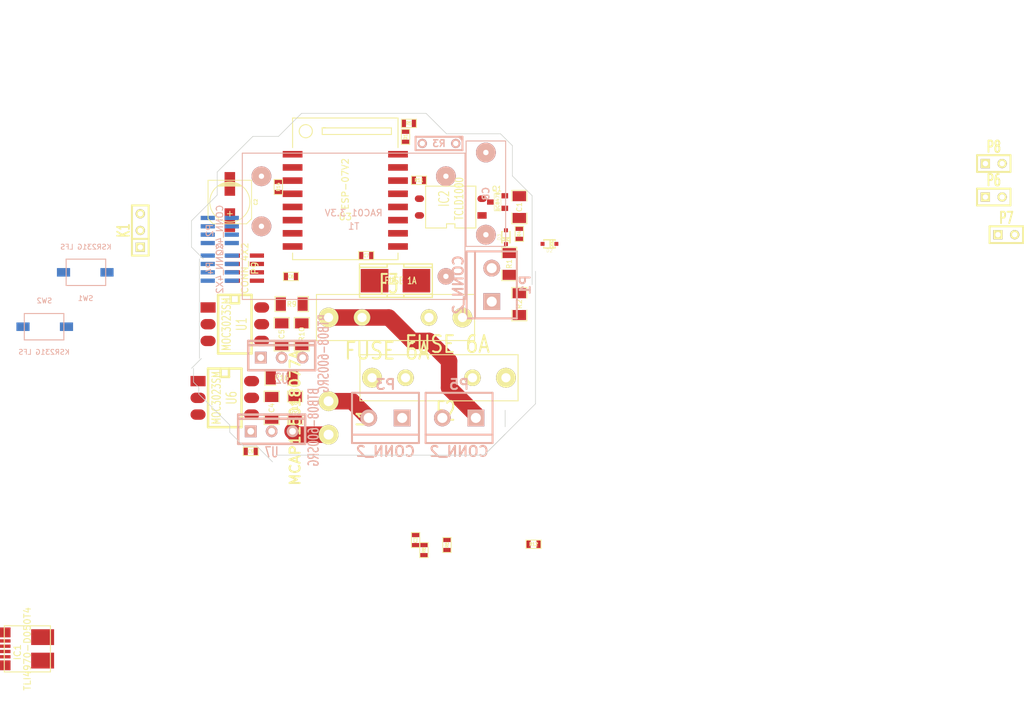
<source format=kicad_pcb>
(kicad_pcb (version 3) (host pcbnew "(25-Oct-2014 BZR 4029)-stable")

  (general
    (links 114)
    (no_connects 111)
    (area 42.649999 38.049999 94.450001 91.050001)
    (thickness 1.6)
    (drawings 50)
    (tracks 11)
    (zones 0)
    (modules 51)
    (nets 41)
  )

  (page A4)
  (layers
    (15 F.Cu signal)
    (0 B.Cu signal)
    (16 B.Adhes user)
    (17 F.Adhes user)
    (18 B.Paste user)
    (19 F.Paste user)
    (20 B.SilkS user)
    (21 F.SilkS user)
    (22 B.Mask user)
    (23 F.Mask user)
    (24 Dwgs.User user)
    (25 Cmts.User user)
    (26 Eco1.User user)
    (27 Eco2.User user hide)
    (28 Edge.Cuts user)
  )

  (setup
    (last_trace_width 0.7)
    (trace_clearance 0.25)
    (zone_clearance 0.25)
    (zone_45_only no)
    (trace_min 0.25)
    (segment_width 0.2)
    (edge_width 0.1)
    (via_size 0.9)
    (via_drill 0.5)
    (via_min_size 0.889)
    (via_min_drill 0.5)
    (uvia_size 0.508)
    (uvia_drill 0.127)
    (uvias_allowed no)
    (uvia_min_size 0.508)
    (uvia_min_drill 0.127)
    (pcb_text_width 0.3)
    (pcb_text_size 1.5 1.5)
    (mod_edge_width 0.15)
    (mod_text_size 1 1)
    (mod_text_width 0.15)
    (pad_size 2.5 2.5)
    (pad_drill 1.397)
    (pad_to_mask_clearance 0)
    (aux_axis_origin 0 0)
    (visible_elements 7FFEFFFF)
    (pcbplotparams
      (layerselection 268468225)
      (usegerberextensions false)
      (excludeedgelayer true)
      (linewidth 0.150000)
      (plotframeref false)
      (viasonmask false)
      (mode 1)
      (useauxorigin false)
      (hpglpennumber 1)
      (hpglpenspeed 20)
      (hpglpendiameter 15)
      (hpglpenoverlay 2)
      (psnegative false)
      (psa4output false)
      (plotreference true)
      (plotvalue true)
      (plotothertext true)
      (plotinvisibletext false)
      (padsonsilk false)
      (subtractmaskfromsilk false)
      (outputformat 2)
      (mirror false)
      (drillshape 0)
      (scaleselection 1)
      (outputdirectory ""))
  )

  (net 0 "")
  (net 1 +3.3V)
  (net 2 /230_0)
  (net 3 /230_1)
  (net 4 /230_10)
  (net 5 /230_11)
  (net 6 /230_2)
  (net 7 /230_3)
  (net 8 /230_4)
  (net 9 /230_5)
  (net 10 /ACN)
  (net 11 /ACN_FUSS)
  (net 12 /GPIO0)
  (net 13 /MISO)
  (net 14 /MOSI)
  (net 15 /NCS_EXT1.1)
  (net 16 /NCS_EXT2.1)
  (net 17 /NCS_EXT2.2)
  (net 18 /NCS_TLI)
  (net 19 /NCS_TOUCH.1)
  (net 20 /SCLK)
  (net 21 /TRIAC1)
  (net 22 /TRIAC2)
  (net 23 /nRST)
  (net 24 /nZeroCross)
  (net 25 GND)
  (net 26 N-0000013)
  (net 27 N-000002)
  (net 28 N-0000023)
  (net 29 N-0000024)
  (net 30 N-0000027)
  (net 31 N-000003)
  (net 32 N-0000030)
  (net 33 N-0000031)
  (net 34 N-0000032)
  (net 35 N-0000039)
  (net 36 N-000004)
  (net 37 N-0000041)
  (net 38 N-0000042)
  (net 39 N-0000045)
  (net 40 N-000006)

  (net_class Default "Ceci est la Netclass par défaut"
    (clearance 0.25)
    (trace_width 0.7)
    (via_dia 0.9)
    (via_drill 0.5)
    (uvia_dia 0.508)
    (uvia_drill 0.127)
    (add_net "")
    (add_net +3.3V)
    (add_net /GPIO0)
    (add_net /MISO)
    (add_net /MOSI)
    (add_net /NCS_EXT1.1)
    (add_net /NCS_EXT2.1)
    (add_net /NCS_EXT2.2)
    (add_net /NCS_TLI)
    (add_net /NCS_TOUCH.1)
    (add_net /SCLK)
    (add_net /TRIAC1)
    (add_net /TRIAC2)
    (add_net /nRST)
    (add_net /nZeroCross)
    (add_net GND)
    (add_net N-000002)
    (add_net N-0000023)
    (add_net N-0000024)
    (add_net N-0000027)
    (add_net N-000003)
    (add_net N-0000030)
    (add_net N-0000031)
    (add_net N-0000032)
    (add_net N-0000039)
    (add_net N-000004)
    (add_net N-0000041)
    (add_net N-0000042)
    (add_net N-0000045)
    (add_net N-000006)
  )

  (net_class 230 ""
    (clearance 1)
    (trace_width 2.5)
    (via_dia 0.9)
    (via_drill 0.5)
    (uvia_dia 0.508)
    (uvia_drill 0.127)
    (add_net /230_0)
    (add_net /230_1)
    (add_net /230_10)
    (add_net /230_11)
    (add_net /230_2)
    (add_net /230_3)
    (add_net /230_4)
    (add_net /230_5)
    (add_net /ACN)
    (add_net /ACN_FUSS)
    (add_net N-0000013)
  )

  (net_class power ""
    (clearance 0.25)
    (trace_width 0.5)
    (via_dia 0.9)
    (via_drill 0.5)
    (uvia_dia 0.508)
    (uvia_drill 0.127)
  )

  (module TO220_VERT (layer B.Cu) (tedit 557E1BE6) (tstamp 557E0B34)
    (at 54.864 86.36 90)
    (descr "Regulateur TO220 serie LM78xx")
    (tags "TR TO220")
    (path /55245EB3)
    (fp_text reference U7 (at -3.175 0 360) (layer B.SilkS)
      (effects (font (size 1.524 1.016) (thickness 0.2032)) (justify mirror))
    )
    (fp_text value BTB08-600SRG (at 0.635 6.35 90) (layer B.SilkS)
      (effects (font (size 1.524 1.016) (thickness 0.2032)) (justify mirror))
    )
    (fp_line (start 1.905 5.08) (end 2.54 5.08) (layer B.SilkS) (width 0.381))
    (fp_line (start 2.54 5.08) (end 2.54 -5.08) (layer B.SilkS) (width 0.381))
    (fp_line (start 2.54 -5.08) (end 1.905 -5.08) (layer B.SilkS) (width 0.381))
    (fp_line (start -1.905 5.08) (end 1.905 5.08) (layer B.SilkS) (width 0.381))
    (fp_line (start 1.905 5.08) (end 1.905 -5.08) (layer B.SilkS) (width 0.381))
    (fp_line (start 1.905 -5.08) (end -1.905 -5.08) (layer B.SilkS) (width 0.381))
    (fp_line (start -1.905 -5.08) (end -1.905 5.08) (layer B.SilkS) (width 0.381))
    (pad 2 thru_hole circle (at 0 3.175 90) (size 1.778 1.778) (drill 1.016)
      (layers *.Cu *.Mask B.SilkS)
      (net 3 /230_1)
    )
    (pad 3 thru_hole circle (at 0 0 90) (size 1.778 1.778) (drill 1.016)
      (layers *.Cu *.Mask B.SilkS)
      (net 37 N-0000041)
    )
    (pad 1 thru_hole rect (at 0 -3.175 90) (size 1.778 1.778) (drill 1.016)
      (layers *.Cu *.Mask B.SilkS)
      (net 2 /230_0)
    )
  )

  (module SW_PUSH_SMD_2pad (layer B.Cu) (tedit 55271C5A) (tstamp 557E0B3E)
    (at 26.67 62.23)
    (path /54D79967)
    (fp_text reference SW1 (at -0.05 3.95) (layer B.SilkS)
      (effects (font (size 0.762 0.762) (thickness 0.127)) (justify mirror))
    )
    (fp_text value "KSR231G LFS" (at 0 -3.85) (layer B.SilkS)
      (effects (font (size 0.762 0.762) (thickness 0.127)) (justify mirror))
    )
    (fp_line (start -3 2) (end -3 -2) (layer B.SilkS) (width 0.15))
    (fp_line (start -3 -2) (end 3 -2) (layer B.SilkS) (width 0.15))
    (fp_line (start 3 -2) (end 3 2) (layer B.SilkS) (width 0.15))
    (fp_line (start 3 2) (end -3 2) (layer B.SilkS) (width 0.15))
    (pad 1 smd rect (at -3.4 0) (size 2 1.2954)
      (layers B.Cu B.Paste B.Mask)
      (net 25 GND)
    )
    (pad 2 smd rect (at 3.2 0) (size 2 1.2954)
      (layers B.Cu B.Paste B.Mask)
      (net 12 /GPIO0)
    )
  )

  (module SW_PUSH_SMD_2pad (layer B.Cu) (tedit 55271C5A) (tstamp 557E0B48)
    (at 20.32 70.485 180)
    (path /54D88C1B)
    (fp_text reference SW2 (at -0.05 3.95 180) (layer B.SilkS)
      (effects (font (size 0.762 0.762) (thickness 0.127)) (justify mirror))
    )
    (fp_text value "KSR231G LFS" (at 0 -3.85 180) (layer B.SilkS)
      (effects (font (size 0.762 0.762) (thickness 0.127)) (justify mirror))
    )
    (fp_line (start -3 2) (end -3 -2) (layer B.SilkS) (width 0.15))
    (fp_line (start -3 -2) (end 3 -2) (layer B.SilkS) (width 0.15))
    (fp_line (start 3 -2) (end 3 2) (layer B.SilkS) (width 0.15))
    (fp_line (start 3 2) (end -3 2) (layer B.SilkS) (width 0.15))
    (pad 1 smd rect (at -3.4 0 180) (size 2 1.2954)
      (layers B.Cu B.Paste B.Mask)
      (net 25 GND)
    )
    (pad 2 smd rect (at 3.2 0 180) (size 2 1.2954)
      (layers B.Cu B.Paste B.Mask)
      (net 23 /nRST)
    )
  )

  (module SOT23 (layer F.Cu) (tedit 5051A6D7) (tstamp 557E0B54)
    (at 89.154 51.562 90)
    (tags SOT23)
    (path /5527E778)
    (fp_text reference Q1 (at 1.99898 -0.09906 180) (layer F.SilkS)
      (effects (font (size 0.762 0.762) (thickness 0.11938)))
    )
    (fp_text value BC847B (at 0.0635 0 90) (layer F.SilkS)
      (effects (font (size 0.50038 0.50038) (thickness 0.09906)))
    )
    (fp_circle (center -1.17602 0.35052) (end -1.30048 0.44958) (layer F.SilkS) (width 0.07874))
    (fp_line (start 1.27 -0.508) (end 1.27 0.508) (layer F.SilkS) (width 0.07874))
    (fp_line (start -1.3335 -0.508) (end -1.3335 0.508) (layer F.SilkS) (width 0.07874))
    (fp_line (start 1.27 0.508) (end -1.3335 0.508) (layer F.SilkS) (width 0.07874))
    (fp_line (start -1.3335 -0.508) (end 1.27 -0.508) (layer F.SilkS) (width 0.07874))
    (pad 3 smd rect (at 0 -1.09982 90) (size 0.8001 1.00076)
      (layers F.Cu F.Paste F.Mask)
      (net 29 N-0000024)
    )
    (pad 2 smd rect (at 0.9525 1.09982 90) (size 0.8001 1.00076)
      (layers F.Cu F.Paste F.Mask)
      (net 38 N-0000042)
    )
    (pad 1 smd rect (at -0.9525 1.09982 90) (size 0.8001 1.00076)
      (layers F.Cu F.Paste F.Mask)
      (net 5 /230_11)
    )
    (model smd\SOT23_3.wrl
      (at (xyz 0 0 0))
      (scale (xyz 0.4 0.4 0.4))
      (rotate (xyz 0 0 180))
    )
  )

  (module SOD323-REFLOW (layer F.Cu) (tedit 4FF8F93A) (tstamp 557E0B66)
    (at 97.028 57.912 180)
    (tags "diode SOD323 SC90 reflow")
    (path /552313B1)
    (fp_text reference D2 (at 0 -1.016 180) (layer F.SilkS)
      (effects (font (size 0.508 0.508) (thickness 0.0508)))
    )
    (fp_text value "BAS 21-03W E6327" (at 0 1.27 180) (layer F.SilkS) hide
      (effects (font (size 0.508 0.508) (thickness 0.0508)))
    )
    (fp_line (start -0.52578 -0.62484) (end -0.52578 0.62484) (layer F.SilkS) (width 0.1905))
    (fp_line (start -0.09906 -0.42418) (end -0.09906 0.42418) (layer F.SilkS) (width 0.1905))
    (fp_line (start -0.09906 0.42418) (end -0.52578 0) (layer F.SilkS) (width 0.1905))
    (fp_line (start -0.52578 0) (end -0.09906 -0.42418) (layer F.SilkS) (width 0.1905))
    (fp_line (start 0.8509 -0.50038) (end 0.8509 0.50038) (layer Dwgs.User) (width 0.1905))
    (fp_line (start -0.8509 -0.50038) (end -0.8509 0.50038) (layer Dwgs.User) (width 0.1905))
    (fp_line (start -0.8509 0.62484) (end -0.8509 0.50038) (layer F.SilkS) (width 0.1905))
    (fp_line (start -0.8509 -0.62484) (end -0.8509 -0.50038) (layer F.SilkS) (width 0.1905))
    (fp_line (start 0.8509 0.62484) (end 0.8509 0.50038) (layer F.SilkS) (width 0.1905))
    (fp_line (start 0.8509 -0.62484) (end 0.8509 -0.50038) (layer F.SilkS) (width 0.1905))
    (fp_line (start -0.8509 0.61976) (end 0.8509 0.61976) (layer F.SilkS) (width 0.1905))
    (fp_line (start -0.8509 -0.62992) (end 0.8509 -0.62992) (layer F.SilkS) (width 0.1905))
    (pad 1 smd rect (at -1.04902 0 180) (size 0.59944 0.59944)
      (layers F.Cu F.Paste F.Mask)
      (net 38 N-0000042)
      (clearance 0.09906)
    )
    (pad 2 smd rect (at 1.04902 0 180) (size 0.59944 0.59944)
      (layers F.Cu F.Paste F.Mask)
      (net 5 /230_11)
      (clearance 0.09906)
    )
  )

  (module SOD323-REFLOW (layer F.Cu) (tedit 4FF8F93A) (tstamp 557E0B78)
    (at 90.424 56.896 90)
    (tags "diode SOD323 SC90 reflow")
    (path /557CCB90)
    (fp_text reference D3 (at 0 -1.016 90) (layer F.SilkS)
      (effects (font (size 0.508 0.508) (thickness 0.0508)))
    )
    (fp_text value "BAS 21-03W E6327" (at 0 1.27 90) (layer F.SilkS) hide
      (effects (font (size 0.508 0.508) (thickness 0.0508)))
    )
    (fp_line (start -0.52578 -0.62484) (end -0.52578 0.62484) (layer F.SilkS) (width 0.1905))
    (fp_line (start -0.09906 -0.42418) (end -0.09906 0.42418) (layer F.SilkS) (width 0.1905))
    (fp_line (start -0.09906 0.42418) (end -0.52578 0) (layer F.SilkS) (width 0.1905))
    (fp_line (start -0.52578 0) (end -0.09906 -0.42418) (layer F.SilkS) (width 0.1905))
    (fp_line (start 0.8509 -0.50038) (end 0.8509 0.50038) (layer Dwgs.User) (width 0.1905))
    (fp_line (start -0.8509 -0.50038) (end -0.8509 0.50038) (layer Dwgs.User) (width 0.1905))
    (fp_line (start -0.8509 0.62484) (end -0.8509 0.50038) (layer F.SilkS) (width 0.1905))
    (fp_line (start -0.8509 -0.62484) (end -0.8509 -0.50038) (layer F.SilkS) (width 0.1905))
    (fp_line (start 0.8509 0.62484) (end 0.8509 0.50038) (layer F.SilkS) (width 0.1905))
    (fp_line (start 0.8509 -0.62484) (end 0.8509 -0.50038) (layer F.SilkS) (width 0.1905))
    (fp_line (start -0.8509 0.61976) (end 0.8509 0.61976) (layer F.SilkS) (width 0.1905))
    (fp_line (start -0.8509 -0.62992) (end 0.8509 -0.62992) (layer F.SilkS) (width 0.1905))
    (pad 1 smd rect (at -1.04902 0 90) (size 0.59944 0.59944)
      (layers F.Cu F.Paste F.Mask)
      (net 4 /230_10)
      (clearance 0.09906)
    )
    (pad 2 smd rect (at 1.04902 0 90) (size 0.59944 0.59944)
      (layers F.Cu F.Paste F.Mask)
      (net 39 N-0000045)
      (clearance 0.09906)
    )
  )

  (module SM1206 (layer F.Cu) (tedit 42806E24) (tstamp 557E0B84)
    (at 90.932 60.96 90)
    (path /55230CC6)
    (attr smd)
    (fp_text reference R1 (at 0 0 90) (layer F.SilkS)
      (effects (font (size 0.762 0.762) (thickness 0.127)))
    )
    (fp_text value 1M (at 0 0 90) (layer F.SilkS) hide
      (effects (font (size 0.762 0.762) (thickness 0.127)))
    )
    (fp_line (start -2.54 -1.143) (end -2.54 1.143) (layer F.SilkS) (width 0.127))
    (fp_line (start -2.54 1.143) (end -0.889 1.143) (layer F.SilkS) (width 0.127))
    (fp_line (start 0.889 -1.143) (end 2.54 -1.143) (layer F.SilkS) (width 0.127))
    (fp_line (start 2.54 -1.143) (end 2.54 1.143) (layer F.SilkS) (width 0.127))
    (fp_line (start 2.54 1.143) (end 0.889 1.143) (layer F.SilkS) (width 0.127))
    (fp_line (start -0.889 -1.143) (end -2.54 -1.143) (layer F.SilkS) (width 0.127))
    (pad 1 smd rect (at -1.651 0 90) (size 1.524 2.032)
      (layers F.Cu F.Paste F.Mask)
      (net 10 /ACN)
    )
    (pad 2 smd rect (at 1.651 0 90) (size 1.524 2.032)
      (layers F.Cu F.Paste F.Mask)
      (net 4 /230_10)
    )
    (model smd/chip_cms.wrl
      (at (xyz 0 0 0))
      (scale (xyz 0.17 0.16 0.16))
      (rotate (xyz 0 0 0))
    )
  )

  (module SM1206 (layer F.Cu) (tedit 42806E24) (tstamp 557ED983)
    (at 56.388 78.232)
    (path /552458A9)
    (attr smd)
    (fp_text reference R16 (at 0 0) (layer F.SilkS)
      (effects (font (size 0.762 0.762) (thickness 0.127)))
    )
    (fp_text value 330 (at 0 0) (layer F.SilkS) hide
      (effects (font (size 0.762 0.762) (thickness 0.127)))
    )
    (fp_line (start -2.54 -1.143) (end -2.54 1.143) (layer F.SilkS) (width 0.127))
    (fp_line (start -2.54 1.143) (end -0.889 1.143) (layer F.SilkS) (width 0.127))
    (fp_line (start 0.889 -1.143) (end 2.54 -1.143) (layer F.SilkS) (width 0.127))
    (fp_line (start 2.54 -1.143) (end 2.54 1.143) (layer F.SilkS) (width 0.127))
    (fp_line (start 2.54 1.143) (end 0.889 1.143) (layer F.SilkS) (width 0.127))
    (fp_line (start -0.889 -1.143) (end -2.54 -1.143) (layer F.SilkS) (width 0.127))
    (pad 1 smd rect (at -1.651 0) (size 1.524 2.032)
      (layers F.Cu F.Paste F.Mask)
      (net 30 N-0000027)
    )
    (pad 2 smd rect (at 1.651 0) (size 1.524 2.032)
      (layers F.Cu F.Paste F.Mask)
      (net 33 N-0000031)
    )
    (model smd/chip_cms.wrl
      (at (xyz 0 0 0))
      (scale (xyz 0.17 0.16 0.16))
      (rotate (xyz 0 0 0))
    )
  )

  (module SM1206 (layer F.Cu) (tedit 557E1C16) (tstamp 557E0B9C)
    (at 58.42 82.804 270)
    (path /55245957)
    (attr smd)
    (fp_text reference R18 (at 0 0 270) (layer F.SilkS)
      (effects (font (size 0.762 0.762) (thickness 0.127)))
    )
    (fp_text value 470 (at 0 0 360) (layer F.SilkS) hide
      (effects (font (size 0.762 0.762) (thickness 0.127)))
    )
    (fp_line (start -2.54 -1.143) (end -2.54 1.143) (layer F.SilkS) (width 0.127))
    (fp_line (start -2.54 1.143) (end -0.889 1.143) (layer F.SilkS) (width 0.127))
    (fp_line (start 0.889 -1.143) (end 2.54 -1.143) (layer F.SilkS) (width 0.127))
    (fp_line (start 2.54 -1.143) (end 2.54 1.143) (layer F.SilkS) (width 0.127))
    (fp_line (start 2.54 1.143) (end 0.889 1.143) (layer F.SilkS) (width 0.127))
    (fp_line (start -0.889 -1.143) (end -2.54 -1.143) (layer F.SilkS) (width 0.127))
    (pad 1 smd rect (at -1.651 0 270) (size 1.524 2.032)
      (layers F.Cu F.Paste F.Mask)
      (net 33 N-0000031)
    )
    (pad 2 smd rect (at 1.651 0 270) (size 1.524 2.032)
      (layers F.Cu F.Paste F.Mask)
      (net 3 /230_1)
    )
    (model smd/chip_cms.wrl
      (at (xyz 0 0 0))
      (scale (xyz 0.17 0.16 0.16))
      (rotate (xyz 0 0 0))
    )
  )

  (module SM1206 (layer F.Cu) (tedit 42806E24) (tstamp 557E0BA8)
    (at 54.864 82.804 270)
    (path /55245976)
    (attr smd)
    (fp_text reference C4 (at 0 0 270) (layer F.SilkS)
      (effects (font (size 0.762 0.762) (thickness 0.127)))
    )
    (fp_text value 47nF (at 0 0 270) (layer F.SilkS) hide
      (effects (font (size 0.762 0.762) (thickness 0.127)))
    )
    (fp_line (start -2.54 -1.143) (end -2.54 1.143) (layer F.SilkS) (width 0.127))
    (fp_line (start -2.54 1.143) (end -0.889 1.143) (layer F.SilkS) (width 0.127))
    (fp_line (start 0.889 -1.143) (end 2.54 -1.143) (layer F.SilkS) (width 0.127))
    (fp_line (start 2.54 -1.143) (end 2.54 1.143) (layer F.SilkS) (width 0.127))
    (fp_line (start 2.54 1.143) (end 0.889 1.143) (layer F.SilkS) (width 0.127))
    (fp_line (start -0.889 -1.143) (end -2.54 -1.143) (layer F.SilkS) (width 0.127))
    (pad 1 smd rect (at -1.651 0 270) (size 1.524 2.032)
      (layers F.Cu F.Paste F.Mask)
      (net 33 N-0000031)
    )
    (pad 2 smd rect (at 1.651 0 270) (size 1.524 2.032)
      (layers F.Cu F.Paste F.Mask)
      (net 37 N-0000041)
    )
    (model smd/chip_cms.wrl
      (at (xyz 0 0 0))
      (scale (xyz 0.17 0.16 0.16))
      (rotate (xyz 0 0 0))
    )
  )

  (module SM1206 (layer F.Cu) (tedit 42806E24) (tstamp 557F0662)
    (at 92.456 52.324 90)
    (path /55230F9C)
    (attr smd)
    (fp_text reference C1 (at 0 0 90) (layer F.SilkS)
      (effects (font (size 0.762 0.762) (thickness 0.127)))
    )
    (fp_text value "1uF 16v" (at 0 0 90) (layer F.SilkS) hide
      (effects (font (size 0.762 0.762) (thickness 0.127)))
    )
    (fp_line (start -2.54 -1.143) (end -2.54 1.143) (layer F.SilkS) (width 0.127))
    (fp_line (start -2.54 1.143) (end -0.889 1.143) (layer F.SilkS) (width 0.127))
    (fp_line (start 0.889 -1.143) (end 2.54 -1.143) (layer F.SilkS) (width 0.127))
    (fp_line (start 2.54 -1.143) (end 2.54 1.143) (layer F.SilkS) (width 0.127))
    (fp_line (start 2.54 1.143) (end 0.889 1.143) (layer F.SilkS) (width 0.127))
    (fp_line (start -0.889 -1.143) (end -2.54 -1.143) (layer F.SilkS) (width 0.127))
    (pad 1 smd rect (at -1.651 0 90) (size 1.524 2.032)
      (layers F.Cu F.Paste F.Mask)
      (net 39 N-0000045)
    )
    (pad 2 smd rect (at 1.651 0 90) (size 1.524 2.032)
      (layers F.Cu F.Paste F.Mask)
      (net 38 N-0000042)
    )
    (model smd/chip_cms.wrl
      (at (xyz 0 0 0))
      (scale (xyz 0.17 0.16 0.16))
      (rotate (xyz 0 0 0))
    )
  )

  (module SM1206 (layer F.Cu) (tedit 42806E24) (tstamp 557E0BCC)
    (at 92.456 67.056 90)
    (path /55230CDF)
    (attr smd)
    (fp_text reference R2 (at 0 0 90) (layer F.SilkS)
      (effects (font (size 0.762 0.762) (thickness 0.127)))
    )
    (fp_text value 1M (at 0 0 90) (layer F.SilkS) hide
      (effects (font (size 0.762 0.762) (thickness 0.127)))
    )
    (fp_line (start -2.54 -1.143) (end -2.54 1.143) (layer F.SilkS) (width 0.127))
    (fp_line (start -2.54 1.143) (end -0.889 1.143) (layer F.SilkS) (width 0.127))
    (fp_line (start 0.889 -1.143) (end 2.54 -1.143) (layer F.SilkS) (width 0.127))
    (fp_line (start 2.54 -1.143) (end 2.54 1.143) (layer F.SilkS) (width 0.127))
    (fp_line (start 2.54 1.143) (end 0.889 1.143) (layer F.SilkS) (width 0.127))
    (fp_line (start -0.889 -1.143) (end -2.54 -1.143) (layer F.SilkS) (width 0.127))
    (pad 1 smd rect (at -1.651 0 90) (size 1.524 2.032)
      (layers F.Cu F.Paste F.Mask)
      (net 2 /230_0)
    )
    (pad 2 smd rect (at 1.651 0 90) (size 1.524 2.032)
      (layers F.Cu F.Paste F.Mask)
      (net 5 /230_11)
    )
    (model smd/chip_cms.wrl
      (at (xyz 0 0 0))
      (scale (xyz 0.17 0.16 0.16))
      (rotate (xyz 0 0 0))
    )
  )

  (module SM0603 (layer F.Cu) (tedit 4E43A3D1) (tstamp 557E0BD6)
    (at 57.785 62.865)
    (path /54D7A35F)
    (attr smd)
    (fp_text reference C6 (at 0 0) (layer F.SilkS)
      (effects (font (size 0.508 0.4572) (thickness 0.1143)))
    )
    (fp_text value 100nF (at 0 0) (layer F.SilkS) hide
      (effects (font (size 0.508 0.4572) (thickness 0.1143)))
    )
    (fp_line (start -1.143 -0.635) (end 1.143 -0.635) (layer F.SilkS) (width 0.127))
    (fp_line (start 1.143 -0.635) (end 1.143 0.635) (layer F.SilkS) (width 0.127))
    (fp_line (start 1.143 0.635) (end -1.143 0.635) (layer F.SilkS) (width 0.127))
    (fp_line (start -1.143 0.635) (end -1.143 -0.635) (layer F.SilkS) (width 0.127))
    (pad 1 smd rect (at -0.762 0) (size 0.635 1.143)
      (layers F.Cu F.Paste F.Mask)
      (net 1 +3.3V)
    )
    (pad 2 smd rect (at 0.762 0) (size 0.635 1.143)
      (layers F.Cu F.Paste F.Mask)
      (net 25 GND)
    )
    (model smd\resistors\R0603.wrl
      (at (xyz 0 0 0.001))
      (scale (xyz 0.5 0.5 0.5))
      (rotate (xyz 0 0 0))
    )
  )

  (module SM0603 (layer F.Cu) (tedit 4E43A3D1) (tstamp 557E0BEA)
    (at 51.689 89.408)
    (path /552668CB)
    (attr smd)
    (fp_text reference C9 (at 0 0) (layer F.SilkS)
      (effects (font (size 0.508 0.4572) (thickness 0.1143)))
    )
    (fp_text value 100nF (at 0 0) (layer F.SilkS) hide
      (effects (font (size 0.508 0.4572) (thickness 0.1143)))
    )
    (fp_line (start -1.143 -0.635) (end 1.143 -0.635) (layer F.SilkS) (width 0.127))
    (fp_line (start 1.143 -0.635) (end 1.143 0.635) (layer F.SilkS) (width 0.127))
    (fp_line (start 1.143 0.635) (end -1.143 0.635) (layer F.SilkS) (width 0.127))
    (fp_line (start -1.143 0.635) (end -1.143 -0.635) (layer F.SilkS) (width 0.127))
    (pad 1 smd rect (at -0.762 0) (size 0.635 1.143)
      (layers F.Cu F.Paste F.Mask)
      (net 34 N-0000032)
    )
    (pad 2 smd rect (at 0.762 0) (size 0.635 1.143)
      (layers F.Cu F.Paste F.Mask)
      (net 25 GND)
    )
    (model smd\resistors\R0603.wrl
      (at (xyz 0 0 0.001))
      (scale (xyz 0.5 0.5 0.5))
      (rotate (xyz 0 0 0))
    )
  )

  (module SM0603 (layer F.Cu) (tedit 4E43A3D1) (tstamp 557E0C08)
    (at 77.216 48.26 180)
    (path /557D95E3)
    (attr smd)
    (fp_text reference R11 (at 0 0 180) (layer F.SilkS)
      (effects (font (size 0.508 0.4572) (thickness 0.1143)))
    )
    (fp_text value R (at 0 0 180) (layer F.SilkS) hide
      (effects (font (size 0.508 0.4572) (thickness 0.1143)))
    )
    (fp_line (start -1.143 -0.635) (end 1.143 -0.635) (layer F.SilkS) (width 0.127))
    (fp_line (start 1.143 -0.635) (end 1.143 0.635) (layer F.SilkS) (width 0.127))
    (fp_line (start 1.143 0.635) (end -1.143 0.635) (layer F.SilkS) (width 0.127))
    (fp_line (start -1.143 0.635) (end -1.143 -0.635) (layer F.SilkS) (width 0.127))
    (pad 1 smd rect (at -0.762 0 180) (size 0.635 1.143)
      (layers F.Cu F.Paste F.Mask)
      (net 32 N-0000030)
    )
    (pad 2 smd rect (at 0.762 0 180) (size 0.635 1.143)
      (layers F.Cu F.Paste F.Mask)
      (net 21 /TRIAC1)
    )
    (model smd\resistors\R0603.wrl
      (at (xyz 0 0 0.001))
      (scale (xyz 0.5 0.5 0.5))
      (rotate (xyz 0 0 0))
    )
  )

  (module SM0603 (layer F.Cu) (tedit 4E43A3D1) (tstamp 557E0C1C)
    (at 77.978 104.394 90)
    (path /557D9774)
    (attr smd)
    (fp_text reference R8 (at 0 0 90) (layer F.SilkS)
      (effects (font (size 0.508 0.4572) (thickness 0.1143)))
    )
    (fp_text value R (at 0 0 90) (layer F.SilkS) hide
      (effects (font (size 0.508 0.4572) (thickness 0.1143)))
    )
    (fp_line (start -1.143 -0.635) (end 1.143 -0.635) (layer F.SilkS) (width 0.127))
    (fp_line (start 1.143 -0.635) (end 1.143 0.635) (layer F.SilkS) (width 0.127))
    (fp_line (start 1.143 0.635) (end -1.143 0.635) (layer F.SilkS) (width 0.127))
    (fp_line (start -1.143 0.635) (end -1.143 -0.635) (layer F.SilkS) (width 0.127))
    (pad 1 smd rect (at -0.762 0 90) (size 0.635 1.143)
      (layers F.Cu F.Paste F.Mask)
      (net 40 N-000006)
    )
    (pad 2 smd rect (at 0.762 0 90) (size 0.635 1.143)
      (layers F.Cu F.Paste F.Mask)
      (net 22 /TRIAC2)
    )
    (model smd\resistors\R0603.wrl
      (at (xyz 0 0 0.001))
      (scale (xyz 0.5 0.5 0.5))
      (rotate (xyz 0 0 0))
    )
  )

  (module SM0603 (layer F.Cu) (tedit 4E43A3D1) (tstamp 557E0C26)
    (at 94.615 103.505)
    (path /557DDA31)
    (attr smd)
    (fp_text reference R12 (at 0 0) (layer F.SilkS)
      (effects (font (size 0.508 0.4572) (thickness 0.1143)))
    )
    (fp_text value R (at 0 0) (layer F.SilkS) hide
      (effects (font (size 0.508 0.4572) (thickness 0.1143)))
    )
    (fp_line (start -1.143 -0.635) (end 1.143 -0.635) (layer F.SilkS) (width 0.127))
    (fp_line (start 1.143 -0.635) (end 1.143 0.635) (layer F.SilkS) (width 0.127))
    (fp_line (start 1.143 0.635) (end -1.143 0.635) (layer F.SilkS) (width 0.127))
    (fp_line (start -1.143 0.635) (end -1.143 -0.635) (layer F.SilkS) (width 0.127))
    (pad 1 smd rect (at -0.762 0) (size 0.635 1.143)
      (layers F.Cu F.Paste F.Mask)
      (net 1 +3.3V)
    )
    (pad 2 smd rect (at 0.762 0) (size 0.635 1.143)
      (layers F.Cu F.Paste F.Mask)
      (net 34 N-0000032)
    )
    (model smd\resistors\R0603.wrl
      (at (xyz 0 0 0.001))
      (scale (xyz 0.5 0.5 0.5))
      (rotate (xyz 0 0 0))
    )
  )

  (module SM0603 (layer F.Cu) (tedit 4E43A3D1) (tstamp 557E0C30)
    (at 69.215 59.69)
    (path /557DDD04)
    (attr smd)
    (fp_text reference C7 (at 0 0) (layer F.SilkS)
      (effects (font (size 0.508 0.4572) (thickness 0.1143)))
    )
    (fp_text value 10uF (at 0 0) (layer F.SilkS) hide
      (effects (font (size 0.508 0.4572) (thickness 0.1143)))
    )
    (fp_line (start -1.143 -0.635) (end 1.143 -0.635) (layer F.SilkS) (width 0.127))
    (fp_line (start 1.143 -0.635) (end 1.143 0.635) (layer F.SilkS) (width 0.127))
    (fp_line (start 1.143 0.635) (end -1.143 0.635) (layer F.SilkS) (width 0.127))
    (fp_line (start -1.143 0.635) (end -1.143 -0.635) (layer F.SilkS) (width 0.127))
    (pad 1 smd rect (at -0.762 0) (size 0.635 1.143)
      (layers F.Cu F.Paste F.Mask)
      (net 34 N-0000032)
    )
    (pad 2 smd rect (at 0.762 0) (size 0.635 1.143)
      (layers F.Cu F.Paste F.Mask)
      (net 25 GND)
    )
    (model smd\resistors\R0603.wrl
      (at (xyz 0 0 0.001))
      (scale (xyz 0.5 0.5 0.5))
      (rotate (xyz 0 0 0))
    )
  )

  (module SM0603 (layer F.Cu) (tedit 4E43A3D1) (tstamp 557E0C3A)
    (at 55.88 49.276 90)
    (path /55231893)
    (attr smd)
    (fp_text reference R14 (at 0 0 90) (layer F.SilkS)
      (effects (font (size 0.508 0.4572) (thickness 0.1143)))
    )
    (fp_text value 10k (at 0 0 90) (layer F.SilkS) hide
      (effects (font (size 0.508 0.4572) (thickness 0.1143)))
    )
    (fp_line (start -1.143 -0.635) (end 1.143 -0.635) (layer F.SilkS) (width 0.127))
    (fp_line (start 1.143 -0.635) (end 1.143 0.635) (layer F.SilkS) (width 0.127))
    (fp_line (start 1.143 0.635) (end -1.143 0.635) (layer F.SilkS) (width 0.127))
    (fp_line (start -1.143 0.635) (end -1.143 -0.635) (layer F.SilkS) (width 0.127))
    (pad 1 smd rect (at -0.762 0 90) (size 0.635 1.143)
      (layers F.Cu F.Paste F.Mask)
      (net 1 +3.3V)
    )
    (pad 2 smd rect (at 0.762 0 90) (size 0.635 1.143)
      (layers F.Cu F.Paste F.Mask)
      (net 24 /nZeroCross)
    )
    (model smd\resistors\R0603.wrl
      (at (xyz 0 0 0.001))
      (scale (xyz 0.5 0.5 0.5))
      (rotate (xyz 0 0 0))
    )
  )

  (module SM0603 (layer F.Cu) (tedit 557EFF12) (tstamp 557E0C44)
    (at 75.692 39.624)
    (path /54D79A3B)
    (attr smd)
    (fp_text reference R5 (at 0 0) (layer F.SilkS)
      (effects (font (size 0.508 0.4572) (thickness 0.1143)))
    )
    (fp_text value 470E (at 0 0) (layer F.SilkS) hide
      (effects (font (size 0.508 0.4572) (thickness 0.1143)))
    )
    (fp_line (start -1.143 -0.635) (end 1.143 -0.635) (layer F.SilkS) (width 0.127))
    (fp_line (start 1.143 -0.635) (end 1.143 0.635) (layer F.SilkS) (width 0.127))
    (fp_line (start 1.143 0.635) (end -1.143 0.635) (layer F.SilkS) (width 0.127))
    (fp_line (start -1.143 0.635) (end -1.143 -0.635) (layer F.SilkS) (width 0.127))
    (pad 1 smd rect (at -0.762 0) (size 0.635 1.143)
      (layers F.Cu F.Paste F.Mask)
      (net 1 +3.3V)
    )
    (pad 2 smd rect (at 0.762 0) (size 0.635 1.143)
      (layers F.Cu F.Paste F.Mask)
      (net 35 N-0000039)
    )
    (model smd\resistors\R0603.wrl
      (at (xyz 0 0 0.001))
      (scale (xyz 0.5 0.5 0.5))
      (rotate (xyz 0 0 0))
    )
  )

  (module SM0603 (layer F.Cu) (tedit 4E43A3D1) (tstamp 557E0C4E)
    (at 75.184 41.656 270)
    (path /54D7997D)
    (attr smd)
    (fp_text reference D1 (at 0 0 270) (layer F.SilkS)
      (effects (font (size 0.508 0.4572) (thickness 0.1143)))
    )
    (fp_text value LED_blue (at 0 0 270) (layer F.SilkS) hide
      (effects (font (size 0.508 0.4572) (thickness 0.1143)))
    )
    (fp_line (start -1.143 -0.635) (end 1.143 -0.635) (layer F.SilkS) (width 0.127))
    (fp_line (start 1.143 -0.635) (end 1.143 0.635) (layer F.SilkS) (width 0.127))
    (fp_line (start 1.143 0.635) (end -1.143 0.635) (layer F.SilkS) (width 0.127))
    (fp_line (start -1.143 0.635) (end -1.143 -0.635) (layer F.SilkS) (width 0.127))
    (pad 1 smd rect (at -0.762 0 270) (size 0.635 1.143)
      (layers F.Cu F.Paste F.Mask)
      (net 35 N-0000039)
    )
    (pad 2 smd rect (at 0.762 0 270) (size 0.635 1.143)
      (layers F.Cu F.Paste F.Mask)
      (net 17 /NCS_EXT2.2)
    )
    (model smd\resistors\R0603.wrl
      (at (xyz 0 0 0.001))
      (scale (xyz 0.5 0.5 0.5))
      (rotate (xyz 0 0 0))
    )
  )

  (module SM0603 (layer F.Cu) (tedit 4E43A3D1) (tstamp 557E0C58)
    (at 76.708 102.87 90)
    (path /5522F2A6)
    (attr smd)
    (fp_text reference C3 (at 0 0 90) (layer F.SilkS)
      (effects (font (size 0.508 0.4572) (thickness 0.1143)))
    )
    (fp_text value 100nF (at 0 0 90) (layer F.SilkS) hide
      (effects (font (size 0.508 0.4572) (thickness 0.1143)))
    )
    (fp_line (start -1.143 -0.635) (end 1.143 -0.635) (layer F.SilkS) (width 0.127))
    (fp_line (start 1.143 -0.635) (end 1.143 0.635) (layer F.SilkS) (width 0.127))
    (fp_line (start 1.143 0.635) (end -1.143 0.635) (layer F.SilkS) (width 0.127))
    (fp_line (start -1.143 0.635) (end -1.143 -0.635) (layer F.SilkS) (width 0.127))
    (pad 1 smd rect (at -0.762 0 90) (size 0.635 1.143)
      (layers F.Cu F.Paste F.Mask)
      (net 1 +3.3V)
    )
    (pad 2 smd rect (at 0.762 0 90) (size 0.635 1.143)
      (layers F.Cu F.Paste F.Mask)
      (net 25 GND)
    )
    (model smd\resistors\R0603.wrl
      (at (xyz 0 0 0.001))
      (scale (xyz 0.5 0.5 0.5))
      (rotate (xyz 0 0 0))
    )
  )

  (module SM0603 (layer F.Cu) (tedit 4E43A3D1) (tstamp 557E0C62)
    (at 92.456 56.388 270)
    (path /55230EF3)
    (attr smd)
    (fp_text reference R4 (at 0 0 270) (layer F.SilkS)
      (effects (font (size 0.508 0.4572) (thickness 0.1143)))
    )
    (fp_text value 22k (at 0 0 270) (layer F.SilkS) hide
      (effects (font (size 0.508 0.4572) (thickness 0.1143)))
    )
    (fp_line (start -1.143 -0.635) (end 1.143 -0.635) (layer F.SilkS) (width 0.127))
    (fp_line (start 1.143 -0.635) (end 1.143 0.635) (layer F.SilkS) (width 0.127))
    (fp_line (start 1.143 0.635) (end -1.143 0.635) (layer F.SilkS) (width 0.127))
    (fp_line (start -1.143 0.635) (end -1.143 -0.635) (layer F.SilkS) (width 0.127))
    (pad 1 smd rect (at -0.762 0 270) (size 0.635 1.143)
      (layers F.Cu F.Paste F.Mask)
      (net 39 N-0000045)
    )
    (pad 2 smd rect (at 0.762 0 270) (size 0.635 1.143)
      (layers F.Cu F.Paste F.Mask)
      (net 5 /230_11)
    )
    (model smd\resistors\R0603.wrl
      (at (xyz 0 0 0.001))
      (scale (xyz 0.5 0.5 0.5))
      (rotate (xyz 0 0 0))
    )
  )

  (module SM0603 (layer F.Cu) (tedit 4E43A3D1) (tstamp 557E0C6C)
    (at 81.473001 103.615999 90)
    (path /55230F81)
    (attr smd)
    (fp_text reference R6 (at 0 0 90) (layer F.SilkS)
      (effects (font (size 0.508 0.4572) (thickness 0.1143)))
    )
    (fp_text value 27 (at 0 0 90) (layer F.SilkS) hide
      (effects (font (size 0.508 0.4572) (thickness 0.1143)))
    )
    (fp_line (start -1.143 -0.635) (end 1.143 -0.635) (layer F.SilkS) (width 0.127))
    (fp_line (start 1.143 -0.635) (end 1.143 0.635) (layer F.SilkS) (width 0.127))
    (fp_line (start 1.143 0.635) (end -1.143 0.635) (layer F.SilkS) (width 0.127))
    (fp_line (start -1.143 0.635) (end -1.143 -0.635) (layer F.SilkS) (width 0.127))
    (pad 1 smd rect (at -0.762 0 90) (size 0.635 1.143)
      (layers F.Cu F.Paste F.Mask)
      (net 39 N-0000045)
    )
    (pad 2 smd rect (at 0.762 0 90) (size 0.635 1.143)
      (layers F.Cu F.Paste F.Mask)
      (net 28 N-0000023)
    )
    (model smd\resistors\R0603.wrl
      (at (xyz 0 0 0.001))
      (scale (xyz 0.5 0.5 0.5))
      (rotate (xyz 0 0 0))
    )
  )

  (module SIL-3 (layer F.Cu) (tedit 200000) (tstamp 557E0C9C)
    (at 34.925 55.88 90)
    (descr "Connecteur 3 pins")
    (tags "CONN DEV")
    (path /5522F124)
    (fp_text reference K1 (at 0 -2.54 90) (layer F.SilkS)
      (effects (font (size 1.7907 1.07696) (thickness 0.3048)))
    )
    (fp_text value CONN_3 (at 0 -2.54 90) (layer F.SilkS) hide
      (effects (font (size 1.524 1.016) (thickness 0.3048)))
    )
    (fp_line (start -3.81 1.27) (end -3.81 -1.27) (layer F.SilkS) (width 0.3048))
    (fp_line (start -3.81 -1.27) (end 3.81 -1.27) (layer F.SilkS) (width 0.3048))
    (fp_line (start 3.81 -1.27) (end 3.81 1.27) (layer F.SilkS) (width 0.3048))
    (fp_line (start 3.81 1.27) (end -3.81 1.27) (layer F.SilkS) (width 0.3048))
    (fp_line (start -1.27 -1.27) (end -1.27 1.27) (layer F.SilkS) (width 0.3048))
    (pad 1 thru_hole rect (at -2.54 0 90) (size 1.397 1.397) (drill 0.8128)
      (layers *.Cu *.Mask F.SilkS)
      (net 25 GND)
    )
    (pad 2 thru_hole circle (at 0 0 90) (size 1.397 1.397) (drill 0.8128)
      (layers *.Cu *.Mask F.SilkS)
      (net 17 /NCS_EXT2.2)
    )
    (pad 3 thru_hole circle (at 2.54 0 90) (size 1.397 1.397) (drill 0.8128)
      (layers *.Cu *.Mask F.SilkS)
      (net 15 /NCS_EXT1.1)
    )
  )

  (module SIL-2 (layer F.Cu) (tedit 200000) (tstamp 557E0CB0)
    (at 164.465 45.72)
    (descr "Connecteurs 2 pins")
    (tags "CONN DEV")
    (path /557D81FB)
    (fp_text reference P8 (at 0 -2.54) (layer F.SilkS)
      (effects (font (size 1.72974 1.08712) (thickness 0.3048)))
    )
    (fp_text value CONN_2 (at 0 -2.54) (layer F.SilkS) hide
      (effects (font (size 1.524 1.016) (thickness 0.3048)))
    )
    (fp_line (start -2.54 1.27) (end -2.54 -1.27) (layer F.SilkS) (width 0.3048))
    (fp_line (start -2.54 -1.27) (end 2.54 -1.27) (layer F.SilkS) (width 0.3048))
    (fp_line (start 2.54 -1.27) (end 2.54 1.27) (layer F.SilkS) (width 0.3048))
    (fp_line (start 2.54 1.27) (end -2.54 1.27) (layer F.SilkS) (width 0.3048))
    (pad 1 thru_hole rect (at -1.27 0) (size 1.397 1.397) (drill 0.8128)
      (layers *.Cu *.Mask F.SilkS)
      (net 25 GND)
    )
    (pad 2 thru_hole circle (at 1.27 0) (size 1.397 1.397) (drill 0.8128)
      (layers *.Cu *.Mask F.SilkS)
      (net 25 GND)
    )
  )

  (module SIL-2 (layer F.Cu) (tedit 200000) (tstamp 557E0CBA)
    (at 164.465 50.8)
    (descr "Connecteurs 2 pins")
    (tags "CONN DEV")
    (path /557D820A)
    (fp_text reference P6 (at 0 -2.54) (layer F.SilkS)
      (effects (font (size 1.72974 1.08712) (thickness 0.3048)))
    )
    (fp_text value CONN_2 (at 0 -2.54) (layer F.SilkS) hide
      (effects (font (size 1.524 1.016) (thickness 0.3048)))
    )
    (fp_line (start -2.54 1.27) (end -2.54 -1.27) (layer F.SilkS) (width 0.3048))
    (fp_line (start -2.54 -1.27) (end 2.54 -1.27) (layer F.SilkS) (width 0.3048))
    (fp_line (start 2.54 -1.27) (end 2.54 1.27) (layer F.SilkS) (width 0.3048))
    (fp_line (start 2.54 1.27) (end -2.54 1.27) (layer F.SilkS) (width 0.3048))
    (pad 1 thru_hole rect (at -1.27 0) (size 1.397 1.397) (drill 0.8128)
      (layers *.Cu *.Mask F.SilkS)
      (net 25 GND)
    )
    (pad 2 thru_hole circle (at 1.27 0) (size 1.397 1.397) (drill 0.8128)
      (layers *.Cu *.Mask F.SilkS)
      (net 25 GND)
    )
  )

  (module SIL-2 (layer F.Cu) (tedit 200000) (tstamp 557E0CC4)
    (at 166.37 56.515)
    (descr "Connecteurs 2 pins")
    (tags "CONN DEV")
    (path /557D872E)
    (fp_text reference P7 (at 0 -2.54) (layer F.SilkS)
      (effects (font (size 1.72974 1.08712) (thickness 0.3048)))
    )
    (fp_text value CONN_2 (at 0 -2.54) (layer F.SilkS) hide
      (effects (font (size 1.524 1.016) (thickness 0.3048)))
    )
    (fp_line (start -2.54 1.27) (end -2.54 -1.27) (layer F.SilkS) (width 0.3048))
    (fp_line (start -2.54 -1.27) (end 2.54 -1.27) (layer F.SilkS) (width 0.3048))
    (fp_line (start 2.54 -1.27) (end 2.54 1.27) (layer F.SilkS) (width 0.3048))
    (fp_line (start 2.54 1.27) (end -2.54 1.27) (layer F.SilkS) (width 0.3048))
    (pad 1 thru_hole rect (at -1.27 0) (size 1.397 1.397) (drill 0.8128)
      (layers *.Cu *.Mask F.SilkS)
      (net 25 GND)
    )
    (pad 2 thru_hole circle (at 1.27 0) (size 1.397 1.397) (drill 0.8128)
      (layers *.Cu *.Mask F.SilkS)
      (net 25 GND)
    )
  )

  (module self (layer F.Cu) (tedit 5527E198) (tstamp 557E0CD4)
    (at 63.5 84.328 270)
    (descr "Bornier d'alimentation 2 pins")
    (tags DEV)
    (path /5525C968)
    (fp_text reference L1 (at 0 -5.08 270) (layer F.SilkS)
      (effects (font (size 1.524 1.524) (thickness 0.3048)))
    )
    (fp_text value MCAP115018077A (at 0 5.08 270) (layer F.SilkS)
      (effects (font (size 1.524 1.524) (thickness 0.3048)))
    )
    (pad 1 thru_hole circle (at -2.54 0 270) (size 3 3) (drill 1.5)
      (layers *.Cu *.Mask F.SilkS)
      (net 11 /ACN_FUSS)
    )
    (pad 2 thru_hole circle (at 2.54 0 270) (size 3 3) (drill 1.5)
      (layers *.Cu *.Mask F.SilkS)
      (net 3 /230_1)
    )
    (model device/bornier_2.wrl
      (at (xyz 0 0 0))
      (scale (xyz 1 1 1))
      (rotate (xyz 0 0 0))
    )
  )

  (module FUSE7-20 (layer F.Cu) (tedit 557F0CF6) (tstamp 557E0D28)
    (at 80.264 78.232)
    (descr "Support fusible 5 x 20")
    (tags DEV)
    (path /5525C975)
    (fp_text reference F2 (at 1.016 5.08) (layer F.SilkS)
      (effects (font (size 2.83464 1.59512) (thickness 0.3048)))
    )
    (fp_text value "FUSE 6A" (at 1.27 -5.08) (layer F.SilkS)
      (effects (font (size 2.54 2.032) (thickness 0.3048)))
    )
    (fp_line (start 12 -3.5) (end 12 3.5) (layer F.SilkS) (width 0.15))
    (fp_line (start 12 3.5) (end -12 3.5) (layer F.SilkS) (width 0.15))
    (fp_line (start -12 3.5) (end -12 -3.5) (layer F.SilkS) (width 0.15))
    (fp_line (start -12 -3.5) (end 12 -3.5) (layer F.SilkS) (width 0.15))
    (pad 1 thru_hole circle (at -10.16 0) (size 3 3) (drill 1.397)
      (layers *.Cu *.Mask F.SilkS)
      (net 7 /230_3)
    )
    (pad 1 thru_hole circle (at -5.08 0) (size 2.5 2.5) (drill 1.397)
      (layers *.Cu *.Mask F.SilkS)
      (net 7 /230_3)
    )
    (pad 2 thru_hole circle (at 5.08 0) (size 2.5 2.5) (drill 1.397)
      (layers *.Cu *.Mask F.SilkS)
      (net 6 /230_2)
    )
    (pad 2 thru_hole circle (at 10.16 0) (size 3 3) (drill 1.397)
      (layers *.Cu *.Mask F.SilkS)
      (net 6 /230_2)
    )
  )

  (module FSUPCMS (layer F.Cu) (tedit 557E180E) (tstamp 557E0D3A)
    (at 73.66 63.5 90)
    (path /552302E5)
    (attr smd)
    (fp_text reference F1 (at 0 -0.508 90) (layer F.SilkS)
      (effects (font (size 1.016 0.762) (thickness 0.1524)))
    )
    (fp_text value "FUSE 1A" (at 0 0.762 180) (layer F.SilkS)
      (effects (font (size 1.016 0.762) (thickness 0.1524)))
    )
    (fp_line (start -2.032 5.588) (end -2.032 1.27) (layer F.SilkS) (width 0.2032))
    (fp_line (start -2.032 1.27) (end -2.54 1.27) (layer F.SilkS) (width 0.2032))
    (fp_line (start 2.032 5.588) (end 2.032 1.27) (layer F.SilkS) (width 0.2032))
    (fp_line (start 2.032 1.27) (end 2.54 1.27) (layer F.SilkS) (width 0.2032))
    (fp_line (start 2.032 -5.461) (end 2.032 -1.27) (layer F.SilkS) (width 0.2032))
    (fp_line (start 2.032 -1.27) (end 2.54 -1.27) (layer F.SilkS) (width 0.2032))
    (fp_line (start -2.032 -5.461) (end -2.032 -1.27) (layer F.SilkS) (width 0.2032))
    (fp_line (start -2.032 -1.27) (end -2.54 -1.27) (layer F.SilkS) (width 0.2032))
    (fp_line (start -2.54 -5.461) (end -2.54 5.588) (layer F.SilkS) (width 0.2032))
    (fp_line (start 2.54 5.588) (end 2.54 -5.461) (layer F.SilkS) (width 0.2032))
    (fp_line (start 2.54 5.588) (end -2.54 5.588) (layer F.SilkS) (width 0.2032))
    (fp_line (start -2.54 -5.461) (end 2.54 -5.461) (layer F.SilkS) (width 0.2032))
    (pad 1 smd rect (at 0 -3.175 90) (size 3.556 4.191)
      (layers F.Cu F.Paste F.Mask)
      (net 2 /230_0)
    )
    (pad 2 smd rect (at 0 3.175 90) (size 3.556 4.191)
      (layers F.Cu F.Paste F.Mask)
      (net 8 /230_4)
    )
    (model smd/smd_fuse_socket.wrl
      (at (xyz 0 0 0))
      (scale (xyz 0.4 0.4 0.4))
      (rotate (xyz 0 0 90))
    )
  )

  (module DIP-6__300_SMD (layer F.Cu) (tedit 5526CB3D) (tstamp 557E0D4B)
    (at 47.752 81.28 270)
    (descr "6 pins DIL package, elliptical pads")
    (tags DIL)
    (path /55231F91)
    (fp_text reference U6 (at 0 -1.016 270) (layer F.SilkS)
      (effects (font (size 1.524 1.016) (thickness 0.1524)))
    )
    (fp_text value MOC3023SM (at 0 1.27 270) (layer F.SilkS)
      (effects (font (size 1.27 0.889) (thickness 0.1524)))
    )
    (fp_line (start -4.445 -2.54) (end 4.445 -2.54) (layer F.SilkS) (width 0.381))
    (fp_line (start 4.445 -2.54) (end 4.445 2.54) (layer F.SilkS) (width 0.381))
    (fp_line (start 4.445 2.54) (end -4.445 2.54) (layer F.SilkS) (width 0.381))
    (fp_line (start -4.445 2.54) (end -4.445 -2.54) (layer F.SilkS) (width 0.381))
    (fp_line (start -4.445 -0.635) (end -3.175 -0.635) (layer F.SilkS) (width 0.381))
    (fp_line (start -3.175 -0.635) (end -3.175 0.635) (layer F.SilkS) (width 0.381))
    (fp_line (start -3.175 0.635) (end -4.445 0.635) (layer F.SilkS) (width 0.381))
    (pad 1 smd rect (at -2.54 4.064 270) (size 1.5748 2.286)
      (layers F.Cu F.Paste F.Mask)
      (net 1 +3.3V)
    )
    (pad 2 smd oval (at 0 4.064 270) (size 1.5748 2.286)
      (layers F.Cu F.Paste F.Mask)
      (net 32 N-0000030)
    )
    (pad 3 smd oval (at 2.54 4.064 270) (size 1.5748 2.286)
      (layers F.Cu F.Paste F.Mask)
    )
    (pad 4 smd oval (at 2.54 -4.064 270) (size 1.5748 2.286)
      (layers F.Cu F.Paste F.Mask)
      (net 37 N-0000041)
    )
    (pad 5 smd oval (at 0 -4.064 270) (size 1.5748 2.286)
      (layers F.Cu F.Paste F.Mask)
    )
    (pad 6 smd oval (at -2.54 -4.064 270) (size 1.5748 2.286)
      (layers F.Cu F.Paste F.Mask)
      (net 30 N-0000027)
    )
    (model dil/dil_6.wrl
      (at (xyz 0 0 0))
      (scale (xyz 1 1 1))
      (rotate (xyz 0 0 0))
    )
  )

  (module c_elec_6.3x7.7 (layer F.Cu) (tedit 49F5C0C2) (tstamp 557E0D70)
    (at 48.514 51.562 270)
    (descr "SMT capacitor, aluminium electrolytic, 6.3x7.7")
    (path /5522F7CA)
    (fp_text reference C2 (at 0 -3.937 270) (layer F.SilkS)
      (effects (font (size 0.50038 0.50038) (thickness 0.11938)))
    )
    (fp_text value 330uF (at 0 3.81 270) (layer F.SilkS) hide
      (effects (font (size 0.50038 0.50038) (thickness 0.11938)))
    )
    (fp_line (start -2.921 -0.762) (end -2.921 0.762) (layer F.SilkS) (width 0.127))
    (fp_line (start -2.794 1.143) (end -2.794 -1.143) (layer F.SilkS) (width 0.127))
    (fp_line (start -2.667 -1.397) (end -2.667 1.397) (layer F.SilkS) (width 0.127))
    (fp_line (start -2.54 1.651) (end -2.54 -1.651) (layer F.SilkS) (width 0.127))
    (fp_line (start -2.413 -1.778) (end -2.413 1.778) (layer F.SilkS) (width 0.127))
    (fp_circle (center 0 0) (end -3.048 0) (layer F.SilkS) (width 0.127))
    (fp_line (start -3.302 -3.302) (end -3.302 3.302) (layer F.SilkS) (width 0.127))
    (fp_line (start -3.302 3.302) (end 2.54 3.302) (layer F.SilkS) (width 0.127))
    (fp_line (start 2.54 3.302) (end 3.302 2.54) (layer F.SilkS) (width 0.127))
    (fp_line (start 3.302 2.54) (end 3.302 -2.54) (layer F.SilkS) (width 0.127))
    (fp_line (start 3.302 -2.54) (end 2.54 -3.302) (layer F.SilkS) (width 0.127))
    (fp_line (start 2.54 -3.302) (end -3.302 -3.302) (layer F.SilkS) (width 0.127))
    (fp_line (start 2.159 0) (end 1.397 0) (layer F.SilkS) (width 0.127))
    (fp_line (start 1.778 -0.381) (end 1.778 0.381) (layer F.SilkS) (width 0.127))
    (pad 1 smd rect (at 2.75082 0 270) (size 3.59918 1.6002)
      (layers F.Cu F.Paste F.Mask)
      (net 1 +3.3V)
    )
    (pad 2 smd rect (at -2.75082 0 270) (size 3.59918 1.6002)
      (layers F.Cu F.Paste F.Mask)
      (net 25 GND)
    )
    (model smd/capacitors/c_elec_6_3x7_7.wrl
      (at (xyz 0 0 0))
      (scale (xyz 1 1 1))
      (rotate (xyz 0 0 0))
    )
  )

  (module C2 (layer B.Cu) (tedit 200000) (tstamp 557E0D7B)
    (at 80.264 42.672 180)
    (descr "Condensateur = 2 pas")
    (tags C)
    (path /552304DB)
    (fp_text reference R3 (at 0 0 180) (layer B.SilkS)
      (effects (font (size 1.016 1.016) (thickness 0.2032)) (justify mirror))
    )
    (fp_text value MCSR431K07DS (at 0 0 180) (layer B.SilkS) hide
      (effects (font (size 1.016 1.016) (thickness 0.2032)) (justify mirror))
    )
    (fp_line (start -3.556 1.016) (end 3.556 1.016) (layer B.SilkS) (width 0.3048))
    (fp_line (start 3.556 1.016) (end 3.556 -1.016) (layer B.SilkS) (width 0.3048))
    (fp_line (start 3.556 -1.016) (end -3.556 -1.016) (layer B.SilkS) (width 0.3048))
    (fp_line (start -3.556 -1.016) (end -3.556 1.016) (layer B.SilkS) (width 0.3048))
    (fp_line (start -3.556 0.508) (end -3.048 1.016) (layer B.SilkS) (width 0.3048))
    (pad 1 thru_hole circle (at -2.54 0 180) (size 1.397 1.397) (drill 0.8128)
      (layers *.Cu *.Mask B.SilkS)
      (net 10 /ACN)
    )
    (pad 2 thru_hole circle (at 2.54 0 180) (size 1.397 1.397) (drill 0.8128)
      (layers *.Cu *.Mask B.SilkS)
      (net 8 /230_4)
    )
    (model discret/capa_2pas_5x5mm.wrl
      (at (xyz 0 0 0))
      (scale (xyz 1 1 1))
      (rotate (xyz 0 0 0))
    )
  )

  (module bornier2 (layer B.Cu) (tedit 3EC0ED69) (tstamp 557F00C7)
    (at 88.265 64.135 90)
    (descr "Bornier d'alimentation 2 pins")
    (tags DEV)
    (path /5523010E)
    (fp_text reference P1 (at 0 5.08 90) (layer B.SilkS)
      (effects (font (size 1.524 1.524) (thickness 0.3048)) (justify mirror))
    )
    (fp_text value CONN_2 (at 0 -5.08 90) (layer B.SilkS)
      (effects (font (size 1.524 1.524) (thickness 0.3048)) (justify mirror))
    )
    (fp_line (start 5.08 -2.54) (end -5.08 -2.54) (layer B.SilkS) (width 0.3048))
    (fp_line (start 5.08 -3.81) (end 5.08 3.81) (layer B.SilkS) (width 0.3048))
    (fp_line (start 5.08 3.81) (end -5.08 3.81) (layer B.SilkS) (width 0.3048))
    (fp_line (start -5.08 3.81) (end -5.08 -3.81) (layer B.SilkS) (width 0.3048))
    (fp_line (start -5.08 -3.81) (end 5.08 -3.81) (layer B.SilkS) (width 0.3048))
    (pad 1 thru_hole rect (at -2.54 0 90) (size 2.54 2.54) (drill 1.524)
      (layers *.Cu *.Mask B.SilkS)
      (net 2 /230_0)
    )
    (pad 2 thru_hole circle (at 2.54 0 90) (size 2.54 2.54) (drill 1.524)
      (layers *.Cu *.Mask B.SilkS)
      (net 10 /ACN)
    )
    (model device/bornier_2.wrl
      (at (xyz 0 0 0))
      (scale (xyz 1 1 1))
      (rotate (xyz 0 0 0))
    )
  )

  (module bornier2 (layer B.Cu) (tedit 3EC0ED69) (tstamp 557E0D91)
    (at 72.136 84.328 180)
    (descr "Bornier d'alimentation 2 pins")
    (tags DEV)
    (path /55264EAC)
    (fp_text reference P3 (at 0 5.08 180) (layer B.SilkS)
      (effects (font (size 1.524 1.524) (thickness 0.3048)) (justify mirror))
    )
    (fp_text value CONN_2 (at 0 -5.08 180) (layer B.SilkS)
      (effects (font (size 1.524 1.524) (thickness 0.3048)) (justify mirror))
    )
    (fp_line (start 5.08 -2.54) (end -5.08 -2.54) (layer B.SilkS) (width 0.3048))
    (fp_line (start 5.08 -3.81) (end 5.08 3.81) (layer B.SilkS) (width 0.3048))
    (fp_line (start 5.08 3.81) (end -5.08 3.81) (layer B.SilkS) (width 0.3048))
    (fp_line (start -5.08 3.81) (end -5.08 -3.81) (layer B.SilkS) (width 0.3048))
    (fp_line (start -5.08 -3.81) (end 5.08 -3.81) (layer B.SilkS) (width 0.3048))
    (pad 1 thru_hole rect (at -2.54 0 180) (size 2.54 2.54) (drill 1.524)
      (layers *.Cu *.Mask B.SilkS)
      (net 7 /230_3)
    )
    (pad 2 thru_hole circle (at 2.54 0 180) (size 2.54 2.54) (drill 1.524)
      (layers *.Cu *.Mask B.SilkS)
      (net 11 /ACN_FUSS)
    )
    (model device/bornier_2.wrl
      (at (xyz 0 0 0))
      (scale (xyz 1 1 1))
      (rotate (xyz 0 0 0))
    )
  )

  (module bornier2 (layer B.Cu) (tedit 3EC0ED69) (tstamp 557E0CCE)
    (at 83.312 84.328 180)
    (descr "Bornier d'alimentation 2 pins")
    (tags DEV)
    (path /557D92A2)
    (fp_text reference P5 (at 0 5.08 180) (layer B.SilkS)
      (effects (font (size 1.524 1.524) (thickness 0.3048)) (justify mirror))
    )
    (fp_text value CONN_2 (at 0 -5.08 180) (layer B.SilkS)
      (effects (font (size 1.524 1.524) (thickness 0.3048)) (justify mirror))
    )
    (fp_line (start 5.08 -2.54) (end -5.08 -2.54) (layer B.SilkS) (width 0.3048))
    (fp_line (start 5.08 -3.81) (end 5.08 3.81) (layer B.SilkS) (width 0.3048))
    (fp_line (start 5.08 3.81) (end -5.08 3.81) (layer B.SilkS) (width 0.3048))
    (fp_line (start -5.08 3.81) (end -5.08 -3.81) (layer B.SilkS) (width 0.3048))
    (fp_line (start -5.08 -3.81) (end 5.08 -3.81) (layer B.SilkS) (width 0.3048))
    (pad 1 thru_hole rect (at -2.54 0 180) (size 2.54 2.54) (drill 1.524)
      (layers *.Cu *.Mask B.SilkS)
      (net 26 N-0000013)
    )
    (pad 2 thru_hole circle (at 2.54 0 180) (size 2.54 2.54) (drill 1.524)
      (layers *.Cu *.Mask B.SilkS)
      (net 9 /230_5)
    )
    (model device/bornier_2.wrl
      (at (xyz 0 0 0))
      (scale (xyz 1 1 1))
      (rotate (xyz 0 0 0))
    )
  )

  (module RAC01 (layer B.Cu) (tedit 557E0C93) (tstamp 557E0DC9)
    (at 67.31 55.245 180)
    (path /552300FF)
    (fp_text reference T1 (at 0 0 180) (layer B.SilkS)
      (effects (font (size 1 1) (thickness 0.15)) (justify mirror))
    )
    (fp_text value "RAC01 3.3V" (at 0 2.032 180) (layer B.SilkS)
      (effects (font (size 1 1) (thickness 0.15)) (justify mirror))
    )
    (fp_line (start -16.9 11.1) (end 16.9 11.1) (layer B.SilkS) (width 0.15))
    (fp_line (start 16.9 11.1) (end 16.9 -11.1) (layer B.SilkS) (width 0.15))
    (fp_line (start 16.9 -11.1) (end -16.9 -11.1) (layer B.SilkS) (width 0.15))
    (fp_line (start -16.9 -11.1) (end -16.9 11.1) (layer B.SilkS) (width 0.15))
    (pad 2 thru_hole circle (at -14 -7.6 180) (size 2.5 2.5) (drill 0.8)
      (layers *.Cu *.Mask B.SilkS)
      (net 8 /230_4)
    )
    (pad 1 thru_hole circle (at -14 7.6 180) (size 3 3) (drill 0.8)
      (layers *.Cu *.Mask B.SilkS)
      (net 10 /ACN)
    )
    (pad 4 thru_hole circle (at 14 0 180) (size 3 3) (drill 0.8)
      (layers *.Cu *.Mask B.SilkS)
      (net 1 +3.3V)
    )
    (pad 3 thru_hole circle (at 14 7.6 180) (size 3 3) (drill 0.8)
      (layers *.Cu *.Mask B.SilkS)
      (net 25 GND)
    )
  )

  (module SM1206 (layer F.Cu) (tedit 42806E24) (tstamp 557E0BE0)
    (at 57.912 67.056)
    (path /557D8CB1)
    (attr smd)
    (fp_text reference R9 (at 0 0) (layer F.SilkS)
      (effects (font (size 0.762 0.762) (thickness 0.127)))
    )
    (fp_text value 330 (at 0 0) (layer F.SilkS) hide
      (effects (font (size 0.762 0.762) (thickness 0.127)))
    )
    (fp_line (start -2.54 -1.143) (end -2.54 1.143) (layer F.SilkS) (width 0.127))
    (fp_line (start -2.54 1.143) (end -0.889 1.143) (layer F.SilkS) (width 0.127))
    (fp_line (start 0.889 -1.143) (end 2.54 -1.143) (layer F.SilkS) (width 0.127))
    (fp_line (start 2.54 -1.143) (end 2.54 1.143) (layer F.SilkS) (width 0.127))
    (fp_line (start 2.54 1.143) (end 0.889 1.143) (layer F.SilkS) (width 0.127))
    (fp_line (start -0.889 -1.143) (end -2.54 -1.143) (layer F.SilkS) (width 0.127))
    (pad 1 smd rect (at -1.651 0) (size 1.524 2.032)
      (layers F.Cu F.Paste F.Mask)
      (net 36 N-000004)
    )
    (pad 2 smd rect (at 1.651 0) (size 1.524 2.032)
      (layers F.Cu F.Paste F.Mask)
      (net 31 N-000003)
    )
    (model smd/chip_cms.wrl
      (at (xyz 0 0 0))
      (scale (xyz 0.17 0.16 0.16))
      (rotate (xyz 0 0 0))
    )
  )

  (module SM1206 (layer F.Cu) (tedit 42806E24) (tstamp 557E0BF4)
    (at 59.436 71.628 270)
    (path /557D8CB7)
    (attr smd)
    (fp_text reference R10 (at 0 0 270) (layer F.SilkS)
      (effects (font (size 0.762 0.762) (thickness 0.127)))
    )
    (fp_text value 470 (at 0 0 270) (layer F.SilkS) hide
      (effects (font (size 0.762 0.762) (thickness 0.127)))
    )
    (fp_line (start -2.54 -1.143) (end -2.54 1.143) (layer F.SilkS) (width 0.127))
    (fp_line (start -2.54 1.143) (end -0.889 1.143) (layer F.SilkS) (width 0.127))
    (fp_line (start 0.889 -1.143) (end 2.54 -1.143) (layer F.SilkS) (width 0.127))
    (fp_line (start 2.54 -1.143) (end 2.54 1.143) (layer F.SilkS) (width 0.127))
    (fp_line (start 2.54 1.143) (end 0.889 1.143) (layer F.SilkS) (width 0.127))
    (fp_line (start -0.889 -1.143) (end -2.54 -1.143) (layer F.SilkS) (width 0.127))
    (pad 1 smd rect (at -1.651 0 270) (size 1.524 2.032)
      (layers F.Cu F.Paste F.Mask)
      (net 31 N-000003)
    )
    (pad 2 smd rect (at 1.651 0 270) (size 1.524 2.032)
      (layers F.Cu F.Paste F.Mask)
      (net 9 /230_5)
    )
    (model smd/chip_cms.wrl
      (at (xyz 0 0 0))
      (scale (xyz 0.17 0.16 0.16))
      (rotate (xyz 0 0 0))
    )
  )

  (module SM1206 (layer F.Cu) (tedit 42806E24) (tstamp 557E0BFE)
    (at 56.388 71.628 270)
    (path /557D8CBD)
    (attr smd)
    (fp_text reference C5 (at 0 0 270) (layer F.SilkS)
      (effects (font (size 0.762 0.762) (thickness 0.127)))
    )
    (fp_text value 47nF (at 0 0 270) (layer F.SilkS) hide
      (effects (font (size 0.762 0.762) (thickness 0.127)))
    )
    (fp_line (start -2.54 -1.143) (end -2.54 1.143) (layer F.SilkS) (width 0.127))
    (fp_line (start -2.54 1.143) (end -0.889 1.143) (layer F.SilkS) (width 0.127))
    (fp_line (start 0.889 -1.143) (end 2.54 -1.143) (layer F.SilkS) (width 0.127))
    (fp_line (start 2.54 -1.143) (end 2.54 1.143) (layer F.SilkS) (width 0.127))
    (fp_line (start 2.54 1.143) (end 0.889 1.143) (layer F.SilkS) (width 0.127))
    (fp_line (start -0.889 -1.143) (end -2.54 -1.143) (layer F.SilkS) (width 0.127))
    (pad 1 smd rect (at -1.651 0 270) (size 1.524 2.032)
      (layers F.Cu F.Paste F.Mask)
      (net 31 N-000003)
    )
    (pad 2 smd rect (at 1.651 0 270) (size 1.524 2.032)
      (layers F.Cu F.Paste F.Mask)
      (net 27 N-000002)
    )
    (model smd/chip_cms.wrl
      (at (xyz 0 0 0))
      (scale (xyz 0.17 0.16 0.16))
      (rotate (xyz 0 0 0))
    )
  )

  (module DIP-6__300_SMD (layer F.Cu) (tedit 5526CB3D) (tstamp 557E0CFC)
    (at 49.276 70.104 270)
    (descr "6 pins DIL package, elliptical pads")
    (tags DIL)
    (path /557D8CA5)
    (fp_text reference U1 (at 0 -1.016 270) (layer F.SilkS)
      (effects (font (size 1.524 1.016) (thickness 0.1524)))
    )
    (fp_text value MOC3023SM (at 0 1.27 270) (layer F.SilkS)
      (effects (font (size 1.27 0.889) (thickness 0.1524)))
    )
    (fp_line (start -4.445 -2.54) (end 4.445 -2.54) (layer F.SilkS) (width 0.381))
    (fp_line (start 4.445 -2.54) (end 4.445 2.54) (layer F.SilkS) (width 0.381))
    (fp_line (start 4.445 2.54) (end -4.445 2.54) (layer F.SilkS) (width 0.381))
    (fp_line (start -4.445 2.54) (end -4.445 -2.54) (layer F.SilkS) (width 0.381))
    (fp_line (start -4.445 -0.635) (end -3.175 -0.635) (layer F.SilkS) (width 0.381))
    (fp_line (start -3.175 -0.635) (end -3.175 0.635) (layer F.SilkS) (width 0.381))
    (fp_line (start -3.175 0.635) (end -4.445 0.635) (layer F.SilkS) (width 0.381))
    (pad 1 smd rect (at -2.54 4.064 270) (size 1.5748 2.286)
      (layers F.Cu F.Paste F.Mask)
      (net 1 +3.3V)
    )
    (pad 2 smd oval (at 0 4.064 270) (size 1.5748 2.286)
      (layers F.Cu F.Paste F.Mask)
      (net 40 N-000006)
    )
    (pad 3 smd oval (at 2.54 4.064 270) (size 1.5748 2.286)
      (layers F.Cu F.Paste F.Mask)
    )
    (pad 4 smd oval (at 2.54 -4.064 270) (size 1.5748 2.286)
      (layers F.Cu F.Paste F.Mask)
      (net 27 N-000002)
    )
    (pad 5 smd oval (at 0 -4.064 270) (size 1.5748 2.286)
      (layers F.Cu F.Paste F.Mask)
    )
    (pad 6 smd oval (at -2.54 -4.064 270) (size 1.5748 2.286)
      (layers F.Cu F.Paste F.Mask)
      (net 36 N-000004)
    )
    (model dil/dil_6.wrl
      (at (xyz 0 0 0))
      (scale (xyz 1 1 1))
      (rotate (xyz 0 0 0))
    )
  )

  (module TO220_VERT (layer B.Cu) (tedit 557E1BD8) (tstamp 557E0D1C)
    (at 56.388 75.184 90)
    (descr "Regulateur TO220 serie LM78xx")
    (tags "TR TO220")
    (path /557D8CC3)
    (fp_text reference U2 (at -3.175 0 360) (layer B.SilkS)
      (effects (font (size 1.524 1.016) (thickness 0.2032)) (justify mirror))
    )
    (fp_text value BTB08-600SRG (at 0.635 6.35 90) (layer B.SilkS)
      (effects (font (size 1.524 1.016) (thickness 0.2032)) (justify mirror))
    )
    (fp_line (start 1.905 5.08) (end 2.54 5.08) (layer B.SilkS) (width 0.381))
    (fp_line (start 2.54 5.08) (end 2.54 -5.08) (layer B.SilkS) (width 0.381))
    (fp_line (start 2.54 -5.08) (end 1.905 -5.08) (layer B.SilkS) (width 0.381))
    (fp_line (start -1.905 5.08) (end 1.905 5.08) (layer B.SilkS) (width 0.381))
    (fp_line (start 1.905 5.08) (end 1.905 -5.08) (layer B.SilkS) (width 0.381))
    (fp_line (start 1.905 -5.08) (end -1.905 -5.08) (layer B.SilkS) (width 0.381))
    (fp_line (start -1.905 -5.08) (end -1.905 5.08) (layer B.SilkS) (width 0.381))
    (pad 2 thru_hole circle (at 0 3.175 90) (size 1.778 1.778) (drill 1.016)
      (layers *.Cu *.Mask B.SilkS)
      (net 9 /230_5)
    )
    (pad 3 thru_hole circle (at 0 0 90) (size 1.778 1.778) (drill 1.016)
      (layers *.Cu *.Mask B.SilkS)
      (net 27 N-000002)
    )
    (pad 1 thru_hole rect (at 0 -3.175 90) (size 1.778 1.778) (drill 1.016)
      (layers *.Cu *.Mask B.SilkS)
      (net 2 /230_0)
    )
  )

  (module ESP-07v2 (layer F.Cu) (tedit 557E1767) (tstamp 557E0D0C)
    (at 66.04 51.308)
    (path /557DD3DB)
    (fp_text reference U3 (at 0 2.5) (layer F.SilkS)
      (effects (font (size 1 1) (thickness 0.15)))
    )
    (fp_text value ESP-07V2 (at 0 -2.5 90) (layer F.SilkS)
      (effects (font (size 1 1) (thickness 0.15)))
    )
    (fp_line (start -3.5 -11) (end 7 -11) (layer F.SilkS) (width 0.15))
    (fp_line (start 7 -11) (end 7 -10) (layer F.SilkS) (width 0.15))
    (fp_line (start 7 -10) (end -3.5 -10) (layer F.SilkS) (width 0.15))
    (fp_line (start -3.5 -10) (end -3.5 -11) (layer F.SilkS) (width 0.15))
    (fp_line (start -3.5 -11) (end -3 -11) (layer F.SilkS) (width 0.15))
    (fp_line (start -3 -11) (end -3.5 -11) (layer F.SilkS) (width 0.15))
    (fp_line (start -3.5 -11) (end -3 -11) (layer F.SilkS) (width 0.15))
    (fp_circle (center -6 -10.5) (end -6 -9.5) (layer F.SilkS) (width 0.15))
    (fp_line (start -8 -8) (end -8 -12.5) (layer F.SilkS) (width 0.15))
    (fp_line (start -8 -12.5) (end 8 -12.5) (layer F.SilkS) (width 0.15))
    (fp_line (start 8 -12.5) (end 8 -8) (layer F.SilkS) (width 0.15))
    (fp_line (start -8 8) (end -8 9) (layer F.SilkS) (width 0.15))
    (fp_line (start -8 9) (end 8 9) (layer F.SilkS) (width 0.15))
    (fp_line (start 8 9) (end 8 8) (layer F.SilkS) (width 0.15))
    (pad 1 smd rect (at -8 -7) (size 3 1)
      (layers F.Cu F.Paste F.Mask)
      (net 23 /nRST)
    )
    (pad 2 smd rect (at -8 -5) (size 3 1)
      (layers F.Cu F.Paste F.Mask)
      (net 24 /nZeroCross)
    )
    (pad 3 smd rect (at -8 -3) (size 3 1)
      (layers F.Cu F.Paste F.Mask)
      (net 1 +3.3V)
    )
    (pad 4 smd rect (at -8 -1) (size 3 1)
      (layers F.Cu F.Paste F.Mask)
      (net 16 /NCS_EXT2.1)
    )
    (pad 5 smd rect (at -8 1) (size 3 1)
      (layers F.Cu F.Paste F.Mask)
      (net 20 /SCLK)
    )
    (pad 6 smd rect (at -8 3) (size 3 1)
      (layers F.Cu F.Paste F.Mask)
      (net 13 /MISO)
    )
    (pad 7 smd rect (at -8 5) (size 3 1)
      (layers F.Cu F.Paste F.Mask)
      (net 14 /MOSI)
    )
    (pad 8 smd rect (at -8 7) (size 3 1)
      (layers F.Cu F.Paste F.Mask)
      (net 1 +3.3V)
    )
    (pad 9 smd rect (at 8 7) (size 3 1)
      (layers F.Cu F.Paste F.Mask)
      (net 25 GND)
    )
    (pad 10 smd rect (at 8 5) (size 3 1)
      (layers F.Cu F.Paste F.Mask)
      (net 18 /NCS_TLI)
    )
    (pad 11 smd rect (at 8 3) (size 3 1)
      (layers F.Cu F.Paste F.Mask)
      (net 19 /NCS_TOUCH.1)
    )
    (pad 12 smd rect (at 8 1) (size 3 1)
      (layers F.Cu F.Paste F.Mask)
      (net 12 /GPIO0)
    )
    (pad 13 smd rect (at 8 -1) (size 3 1)
      (layers F.Cu F.Paste F.Mask)
      (net 22 /TRIAC2)
    )
    (pad 14 smd rect (at 8 -3) (size 3 1)
      (layers F.Cu F.Paste F.Mask)
      (net 21 /TRIAC1)
    )
    (pad 15 smd rect (at 8 -5) (size 3 1)
      (layers F.Cu F.Paste F.Mask)
      (net 15 /NCS_EXT1.1)
    )
    (pad 16 smd rect (at 8 -7) (size 3 1)
      (layers F.Cu F.Paste F.Mask)
      (net 17 /NCS_EXT2.2)
    )
  )

  (module FUSE7-20 (layer F.Cu) (tedit 557F0CFC) (tstamp 557E1495)
    (at 73.66 69.088 180)
    (descr "Support fusible 5 x 20")
    (tags DEV)
    (path /557E13DB)
    (fp_text reference F3 (at 1.016 5.08 180) (layer F.SilkS)
      (effects (font (size 2.83464 1.59512) (thickness 0.3048)))
    )
    (fp_text value "FUSE 6A" (at 1.27 -5.08 180) (layer F.SilkS)
      (effects (font (size 2.54 2.032) (thickness 0.3048)))
    )
    (fp_line (start 12 -3.5) (end 12 3.5) (layer F.SilkS) (width 0.15))
    (fp_line (start 12 3.5) (end -12 3.5) (layer F.SilkS) (width 0.15))
    (fp_line (start -12 3.5) (end -12 -3.5) (layer F.SilkS) (width 0.15))
    (fp_line (start -12 -3.5) (end 12 -3.5) (layer F.SilkS) (width 0.15))
    (pad 1 thru_hole circle (at -10.16 0 180) (size 3 3) (drill 1.397)
      (layers *.Cu *.Mask F.SilkS)
      (net 6 /230_2)
    )
    (pad 1 thru_hole circle (at -5.08 0 180) (size 2.5 2.5) (drill 1.397)
      (layers *.Cu *.Mask F.SilkS)
      (net 6 /230_2)
    )
    (pad 2 thru_hole circle (at 5.08 0 180) (size 2.5 2.5) (drill 1.397)
      (layers *.Cu *.Mask F.SilkS)
      (net 26 N-0000013)
    )
    (pad 2 thru_hole circle (at 10.16 0 180) (size 3 3) (drill 1.397)
      (layers *.Cu *.Mask F.SilkS)
      (net 26 N-0000013)
    )
  )

  (module PG-TISION-8-1 (layer F.Cu) (tedit 557ED6AC) (tstamp 557E0CEE)
    (at 17.78 119.38 270)
    (path /552E5CEA)
    (fp_text reference IC1 (at 0.5 1.5 270) (layer F.SilkS)
      (effects (font (size 1 1) (thickness 0.15)))
    )
    (fp_text value TLI4970-D050T4 (at 0 0 270) (layer F.SilkS)
      (effects (font (size 1 1) (thickness 0.15)))
    )
    (fp_line (start -3.5 -3.5) (end -3.5 3.5) (layer F.SilkS) (width 0.15))
    (fp_line (start -3.5 3.5) (end 3.5 3.5) (layer F.SilkS) (width 0.15))
    (fp_line (start 3.5 3.5) (end 3.5 -3.5) (layer F.SilkS) (width 0.15))
    (fp_line (start 3.5 -3.5) (end -3.5 -3.5) (layer F.SilkS) (width 0.15))
    (pad 7 smd rect (at 1.78 -2.32 270) (size 2.4 3.48)
      (layers F.Cu F.Paste F.Mask)
      (net 10 /ACN)
    )
    (pad 8 smd rect (at -1.78 -2.32 270) (size 2.4 3.48)
      (layers F.Cu F.Paste F.Mask)
      (net 6 /230_2)
    )
    (pad 1 smd rect (at -2.5 3.35 270) (size 1.5 1.6)
      (layers F.Cu F.Paste F.Mask)
      (net 25 GND)
    )
    (pad 6 smd rect (at 2.5 3.35 270) (size 1.5 1.6)
      (layers F.Cu F.Paste F.Mask)
    )
    (pad 3 smd rect (at -0.4 3.35 270) (size 0.5 1.6)
      (layers F.Cu F.Paste F.Mask)
      (net 13 /MISO)
    )
    (pad 2 smd rect (at -1.2 3.35 270) (size 0.5 1.6)
      (layers F.Cu F.Paste F.Mask)
      (net 34 N-0000032)
    )
    (pad 4 smd rect (at 0.4 3.35 270) (size 0.5 1.6)
      (layers F.Cu F.Paste F.Mask)
      (net 20 /SCLK)
    )
    (pad 5 smd rect (at 1.2 3.35 270) (size 0.5 1.6)
      (layers F.Cu F.Paste F.Mask)
      (net 18 /NCS_TLI)
    )
  )

  (module C230v (layer B.Cu) (tedit 557EDD20) (tstamp 557F00BB)
    (at 87.376 50.292 270)
    (descr Condensateur)
    (tags C)
    (path /55264F7E)
    (fp_text reference C8 (at 0 0 270) (layer B.SilkS)
      (effects (font (size 1.016 1.016) (thickness 0.2032)) (justify mirror))
    )
    (fp_text value 47nF (at 0 0 270) (layer B.SilkS) hide
      (effects (font (size 1.016 1.016) (thickness 0.2032)) (justify mirror))
    )
    (fp_line (start -8 3) (end 8 3) (layer B.SilkS) (width 0.15))
    (fp_line (start 8 3) (end 8 -3) (layer B.SilkS) (width 0.15))
    (fp_line (start 8 -3) (end -8 -3) (layer B.SilkS) (width 0.15))
    (fp_line (start -8 -3) (end -8 3) (layer B.SilkS) (width 0.15))
    (pad 1 thru_hole circle (at -6.25 0 270) (size 3 3) (drill 0.8128)
      (layers *.Cu *.Mask B.SilkS)
      (net 10 /ACN)
    )
    (pad 2 thru_hole circle (at 6.23 0 270) (size 3 3) (drill 0.8128)
      (layers *.Cu *.Mask B.SilkS)
      (net 8 /230_4)
    )
    (model discret/capa_2pas_5x5mm.wrl
      (at (xyz 0 0 0))
      (scale (xyz 1 1 1))
      (rotate (xyz 0 0 0))
    )
  )

  (module conn_2x4_1.27_smd (layer F.Cu) (tedit 557EFCE9) (tstamp 557E0C90)
    (at 50.8 61.595 270)
    (path /557EFBCE)
    (fp_text reference P9 (at 0 -1.524 270) (layer F.SilkS)
      (effects (font (size 1 1) (thickness 0.15)))
    )
    (fp_text value CONN_4X2 (at 0 0 270) (layer F.SilkS)
      (effects (font (size 1 1) (thickness 0.15)))
    )
    (pad 1 smd rect (at -1.905 -1.825 270) (size 0.65 2.15)
      (layers F.Cu F.Paste F.Mask)
      (net 25 GND)
    )
    (pad 3 smd rect (at -0.635 -1.825 270) (size 0.65 2.15)
      (layers F.Cu F.Paste F.Mask)
    )
    (pad 5 smd rect (at 0.635 -1.825 270) (size 0.65 2.15)
      (layers F.Cu F.Paste F.Mask)
      (net 19 /NCS_TOUCH.1)
    )
    (pad 7 smd rect (at 1.905 -1.825 270) (size 0.65 2.15)
      (layers F.Cu F.Paste F.Mask)
      (net 1 +3.3V)
    )
    (pad 2 smd rect (at -1.905 1.825 270) (size 0.65 2.15)
      (layers F.Cu F.Paste F.Mask)
      (net 25 GND)
    )
    (pad 4 smd rect (at -0.635 1.825 270) (size 0.65 2.15)
      (layers F.Cu F.Paste F.Mask)
      (net 14 /MOSI)
    )
    (pad 6 smd rect (at 0.635 1.825 270) (size 0.65 2.15)
      (layers F.Cu F.Paste F.Mask)
      (net 13 /MISO)
    )
    (pad 8 smd rect (at 1.905 1.825 270) (size 0.65 2.15)
      (layers F.Cu F.Paste F.Mask)
      (net 20 /SCLK)
    )
  )

  (module conn_2x4_1.27_smd (layer B.Cu) (tedit 557EFCE9) (tstamp 557E0C7E)
    (at 46.99 61.595 270)
    (path /557EFC5A)
    (fp_text reference P4 (at 0 1.524 270) (layer B.SilkS)
      (effects (font (size 1 1) (thickness 0.15)) (justify mirror))
    )
    (fp_text value CONN_4X2 (at 0 0 270) (layer B.SilkS)
      (effects (font (size 1 1) (thickness 0.15)) (justify mirror))
    )
    (pad 1 smd rect (at -1.905 1.825 270) (size 0.65 2.15)
      (layers B.Cu B.Paste B.Mask)
      (net 25 GND)
    )
    (pad 3 smd rect (at -0.635 1.825 270) (size 0.65 2.15)
      (layers B.Cu B.Paste B.Mask)
      (net 15 /NCS_EXT1.1)
    )
    (pad 5 smd rect (at 0.635 1.825 270) (size 0.65 2.15)
      (layers B.Cu B.Paste B.Mask)
      (net 12 /GPIO0)
    )
    (pad 7 smd rect (at 1.905 1.825 270) (size 0.65 2.15)
      (layers B.Cu B.Paste B.Mask)
      (net 1 +3.3V)
    )
    (pad 2 smd rect (at -1.905 -1.825 270) (size 0.65 2.15)
      (layers B.Cu B.Paste B.Mask)
      (net 25 GND)
    )
    (pad 4 smd rect (at -0.635 -1.825 270) (size 0.65 2.15)
      (layers B.Cu B.Paste B.Mask)
      (net 14 /MOSI)
    )
    (pad 6 smd rect (at 0.635 -1.825 270) (size 0.65 2.15)
      (layers B.Cu B.Paste B.Mask)
      (net 13 /MISO)
    )
    (pad 8 smd rect (at 1.905 -1.825 270) (size 0.65 2.15)
      (layers B.Cu B.Paste B.Mask)
      (net 20 /SCLK)
    )
  )

  (module conn_2x4_1.27_smd (layer B.Cu) (tedit 557EFCE9) (tstamp 557E0CA6)
    (at 46.99 55.88 270)
    (path /557EFC7C)
    (fp_text reference P2 (at 0 1.524 270) (layer B.SilkS)
      (effects (font (size 1 1) (thickness 0.15)) (justify mirror))
    )
    (fp_text value CONN_4X2 (at 0 0 270) (layer B.SilkS)
      (effects (font (size 1 1) (thickness 0.15)) (justify mirror))
    )
    (pad 1 smd rect (at -1.905 1.825 270) (size 0.65 2.15)
      (layers B.Cu B.Paste B.Mask)
      (net 25 GND)
    )
    (pad 3 smd rect (at -0.635 1.825 270) (size 0.65 2.15)
      (layers B.Cu B.Paste B.Mask)
      (net 16 /NCS_EXT2.1)
    )
    (pad 5 smd rect (at 0.635 1.825 270) (size 0.65 2.15)
      (layers B.Cu B.Paste B.Mask)
      (net 17 /NCS_EXT2.2)
    )
    (pad 7 smd rect (at 1.905 1.825 270) (size 0.65 2.15)
      (layers B.Cu B.Paste B.Mask)
      (net 1 +3.3V)
    )
    (pad 2 smd rect (at -1.905 -1.825 270) (size 0.65 2.15)
      (layers B.Cu B.Paste B.Mask)
      (net 25 GND)
    )
    (pad 4 smd rect (at -0.635 -1.825 270) (size 0.65 2.15)
      (layers B.Cu B.Paste B.Mask)
      (net 14 /MOSI)
    )
    (pad 6 smd rect (at 0.635 -1.825 270) (size 0.65 2.15)
      (layers B.Cu B.Paste B.Mask)
      (net 13 /MISO)
    )
    (pad 8 smd rect (at 1.905 -1.825 270) (size 0.65 2.15)
      (layers B.Cu B.Paste B.Mask)
      (net 20 /SCLK)
    )
  )

  (module DIP-4_long_SMD (layer F.Cu) (tedit 557F043E) (tstamp 557F0513)
    (at 82.042 51.054 90)
    (descr DIP-4_long_SMD)
    (tags DIL)
    (path /557F0273)
    (fp_text reference IC2 (at 0 -1.016 90) (layer F.SilkS)
      (effects (font (size 1.524 1.016) (thickness 0.1524)))
    )
    (fp_text value TCLD1000 (at 0 1.27 90) (layer F.SilkS)
      (effects (font (size 1.27 0.889) (thickness 0.1524)))
    )
    (fp_line (start -4.445 -0.635) (end -3.81 -0.635) (layer F.SilkS) (width 0.15))
    (fp_line (start -3.81 -0.635) (end -3.81 0.635) (layer F.SilkS) (width 0.15))
    (fp_line (start -3.81 0.635) (end -4.445 0.635) (layer F.SilkS) (width 0.15))
    (fp_line (start -4.445 0.635) (end -4.445 3.81) (layer F.SilkS) (width 0.15))
    (fp_line (start -4.445 3.81) (end 1.905 3.81) (layer F.SilkS) (width 0.15))
    (fp_line (start 1.905 3.81) (end 1.905 -3.81) (layer F.SilkS) (width 0.15))
    (fp_line (start 1.905 -3.81) (end -4.445 -3.81) (layer F.SilkS) (width 0.15))
    (fp_line (start -4.445 -3.81) (end -4.445 -0.635) (layer F.SilkS) (width 0.15))
    (pad 1 smd rect (at -2.54 4.75 90) (size 1 1.4)
      (layers F.Cu F.Paste F.Mask)
      (net 28 N-0000023)
    )
    (pad 2 smd oval (at 0 4.75 90) (size 1 1.4)
      (layers F.Cu F.Paste F.Mask)
      (net 29 N-0000024)
    )
    (pad 3 smd oval (at 0 -4.75 90) (size 1 1.4)
      (layers F.Cu F.Paste F.Mask)
      (net 25 GND)
    )
    (pad 4 smd oval (at -2.54 -4.75 90) (size 1 1.4)
      (layers F.Cu F.Paste F.Mask)
      (net 24 /nZeroCross)
    )
    (model dil/dil_6.wrl
      (at (xyz 0 0 0))
      (scale (xyz 1 1 1))
      (rotate (xyz 0 0 0))
    )
  )

  (gr_line (start 87.108 89.984) (end 94.908 82.184) (angle 90) (layer Edge.Cuts) (width 0.1))
  (gr_line (start 94.908 62.068) (end 94.908 82.168) (angle 90) (layer Edge.Cuts) (width 0.1))
  (gr_line (start 94.4 50.6) (end 94.4 64.1) (angle 90) (layer Edge.Cuts) (width 0.1))
  (gr_line (start 91.4 47.6) (end 94.4 50.6) (angle 90) (layer Edge.Cuts) (width 0.1))
  (gr_line (start 91.4 43) (end 91.4 47.6) (angle 90) (layer Edge.Cuts) (width 0.1))
  (gr_line (start 89.6 41.2) (end 91.4 43) (angle 90) (layer Edge.Cuts) (width 0.1))
  (gr_line (start 81.4 41.2) (end 89.6 41.2) (angle 90) (layer Edge.Cuts) (width 0.1))
  (gr_line (start 78.3 38.1) (end 81.4 41.2) (angle 90) (layer Edge.Cuts) (width 0.1))
  (gr_line (start 59.4 38.1) (end 78.3 38.1) (angle 90) (layer Edge.Cuts) (width 0.1))
  (gr_line (start 55.9 41.6) (end 59.4 38.1) (angle 90) (layer Edge.Cuts) (width 0.1))
  (gr_line (start 52 41.6) (end 55.9 41.6) (angle 90) (layer Edge.Cuts) (width 0.1))
  (gr_line (start 44.5 60.2) (end 42.7 58.4) (angle 90) (layer Edge.Cuts) (width 0.1))
  (gr_line (start 43.9 75.3) (end 43.9 60.2) (angle 90) (layer Edge.Cuts) (width 0.1))
  (gr_line (start 42.7 76.8) (end 44.2 75.3) (angle 90) (layer Edge.Cuts) (width 0.1))
  (gr_line (start 43 78.9) (end 43 76.8) (angle 90) (layer Edge.Cuts) (width 0.1))
  (gr_line (start 42.7 54.4) (end 42.7 58.4) (angle 90) (layer Edge.Cuts) (width 0.1))
  (gr_line (start 46.6 50.5) (end 42.7 54.4) (angle 90) (layer Edge.Cuts) (width 0.1))
  (gr_line (start 46.6 47) (end 46.6 50.5) (angle 90) (layer Edge.Cuts) (width 0.1))
  (gr_line (start 52 41.6) (end 46.6 47) (angle 90) (layer Edge.Cuts) (width 0.1))
  (gr_line (start 48.5 86.5) (end 50.6 88.6) (angle 90) (layer Edge.Cuts) (width 0.1))
  (gr_line (start 48.5 85.4) (end 48.5 86.5) (angle 90) (layer Edge.Cuts) (width 0.1))
  (gr_line (start 43.8 80.7) (end 48.5 85.4) (angle 90) (layer Edge.Cuts) (width 0.1))
  (gr_line (start 43.8 79.7) (end 43.8 80.7) (angle 90) (layer Edge.Cuts) (width 0.1))
  (gr_line (start 55.508 89.984) (end 87.108 89.984) (angle 90) (layer Edge.Cuts) (width 0.1))
  (gr_line (start 52.6 88.6) (end 55 91) (angle 90) (layer Edge.Cuts) (width 0.1))
  (gr_line (start 50.6 88.6) (end 52.6 88.6) (angle 90) (layer Edge.Cuts) (width 0.1))
  (gr_line (start 43 78.9) (end 43.8 79.7) (angle 90) (layer Edge.Cuts) (width 0.1))
  (gr_line (start 87.108 89.984) (end 90.308 86.784) (angle 90) (layer Edge.Cuts) (width 0.1))
  (gr_line (start 90.308 85.668) (end 90.308 83.168) (angle 90) (layer Edge.Cuts) (width 0.1))
  (dimension 51.7 (width 0.3) (layer Dwgs.User)
    (gr_text "51,700 mm" (at 68.550001 22.750003) (layer Dwgs.User)
      (effects (font (size 1.5 1.5) (thickness 0.3)))
    )
    (feature1 (pts (xy 94.4 56.5) (xy 94.400001 21.400003)))
    (feature2 (pts (xy 42.7 56.5) (xy 42.700001 21.400003)))
    (crossbar (pts (xy 42.700001 24.100003) (xy 94.400001 24.100003)))
    (arrow1a (pts (xy 94.400001 24.100003) (xy 93.273498 24.686423)))
    (arrow1b (pts (xy 94.400001 24.100003) (xy 93.273498 23.513583)))
    (arrow2a (pts (xy 42.700001 24.100003) (xy 43.826504 24.686423)))
    (arrow2b (pts (xy 42.700001 24.100003) (xy 43.826504 23.513583)))
  )
  (dimension 4 (width 0.3) (layer Eco1.User)
    (gr_text "4,000 mm" (at 41.7 114.237999) (layer Eco1.User)
      (effects (font (size 1.5 1.5) (thickness 0.3)))
    )
    (feature1 (pts (xy 39.7 106.288) (xy 39.7 115.587999)))
    (feature2 (pts (xy 43.7 106.288) (xy 43.7 115.587999)))
    (crossbar (pts (xy 43.7 112.887999) (xy 39.7 112.887999)))
    (arrow1a (pts (xy 39.7 112.887999) (xy 40.826503 112.301579)))
    (arrow1b (pts (xy 39.7 112.887999) (xy 40.826503 113.474419)))
    (arrow2a (pts (xy 43.7 112.887999) (xy 42.573497 112.301579)))
    (arrow2b (pts (xy 43.7 112.887999) (xy 42.573497 113.474419)))
  )
  (dimension 4 (width 0.3) (layer Eco1.User)
    (gr_text "4,000 mm" (at 96.7 43.350001) (layer Eco1.User)
      (effects (font (size 1.5 1.5) (thickness 0.3)))
    )
    (feature1 (pts (xy 98.7 65.3) (xy 98.7 42.000001)))
    (feature2 (pts (xy 94.7 65.3) (xy 94.7 42.000001)))
    (crossbar (pts (xy 94.7 44.700001) (xy 98.7 44.700001)))
    (arrow1a (pts (xy 98.7 44.700001) (xy 97.573497 45.286421)))
    (arrow1b (pts (xy 98.7 44.700001) (xy 97.573497 44.113581)))
    (arrow2a (pts (xy 94.7 44.700001) (xy 95.826503 45.286421)))
    (arrow2b (pts (xy 94.7 44.700001) (xy 95.826503 44.113581)))
  )
  (dimension 5.1 (width 0.3) (layer Eco1.User)
    (gr_text "5,100 mm" (at 85.168002 100.716001) (layer Eco1.User)
      (effects (font (size 1.5 1.5) (thickness 0.3)))
    )
    (feature1 (pts (xy 87.718 129.566) (xy 87.718002 99.366001)))
    (feature2 (pts (xy 82.618 129.566) (xy 82.618002 99.366001)))
    (crossbar (pts (xy 82.618002 102.066001) (xy 87.718002 102.066001)))
    (arrow1a (pts (xy 87.718002 102.066001) (xy 86.591499 102.652421)))
    (arrow1b (pts (xy 87.718002 102.066001) (xy 86.591499 101.479581)))
    (arrow2a (pts (xy 82.618002 102.066001) (xy 83.744505 102.652421)))
    (arrow2b (pts (xy 82.618002 102.066001) (xy 83.744505 101.479581)))
  )
  (dimension 5 (width 0.3) (layer Eco1.User)
    (gr_text "5,000 mm" (at 88.35 35.6 90) (layer Eco1.User)
      (effects (font (size 1.5 1.5) (thickness 0.3)))
    )
    (feature1 (pts (xy 68.7 33.1) (xy 89.7 33.1)))
    (feature2 (pts (xy 68.7 38.1) (xy 89.7 38.1)))
    (crossbar (pts (xy 87 38.1) (xy 87 33.1)))
    (arrow1a (pts (xy 87 33.1) (xy 87.58642 34.226503)))
    (arrow1b (pts (xy 87 33.1) (xy 86.41358 34.226503)))
    (arrow2a (pts (xy 87 38.1) (xy 87.58642 36.973497)))
    (arrow2b (pts (xy 87 38.1) (xy 86.41358 36.973497)))
  )
  (gr_line (start 94.2 86.6) (end 91.5 86.6) (angle 90) (layer Eco2.User) (width 0.2))
  (gr_line (start 94.2 86.6) (end 94.2 81.7) (angle 90) (layer Eco2.User) (width 0.2))
  (gr_line (start 47.752 73.66) (end 48.768 73.66) (angle 90) (layer Eco2.User) (width 2))
  (gr_line (start 46.228 75.184) (end 47.752 73.66) (angle 90) (layer Eco2.User) (width 2))
  (gr_line (start 46.228 78.74) (end 41.148 83.82) (angle 90) (layer Eco2.User) (width 2))
  (gr_line (start 45.847 76.2) (end 45.847 78.74) (angle 90) (layer Eco2.User) (width 2))
  (gr_line (start 49.784 73.66) (end 48.768 73.66) (angle 90) (layer Eco2.User) (width 2))
  (gr_line (start 50.8 72.644) (end 49.784 73.66) (angle 90) (layer Eco2.User) (width 2))
  (gr_line (start 53.34 72.644) (end 50.8 72.644) (angle 90) (layer Eco2.User) (width 2))
  (gr_line (start 54.737 70.485) (end 52.705 72.517) (angle 90) (layer Eco2.User) (width 2))
  (gr_line (start 54.737 62.484) (end 54.737 70.612) (angle 90) (layer Eco2.User) (width 2))
  (gr_line (start 62.357 54.864) (end 54.737 62.484) (angle 90) (layer Eco2.User) (width 2))
  (gr_line (start 75.311 54.737) (end 62.611 54.737) (angle 90) (layer Eco2.User) (width 2))
  (gr_line (start 77.724 56.896) (end 75.692 54.864) (angle 90) (layer Eco2.User) (width 2))
  (gr_line (start 94.996 56.896) (end 77.724 56.896) (angle 90) (layer Eco2.User) (width 2))
  (gr_circle (center 71 65) (end 103 65) (layer Eco2.User) (width 0.2))

  (segment (start 63.5 86.868) (end 58.547 86.868) (width 2.5) (layer F.Cu) (net 3))
  (segment (start 58.547 86.868) (end 58.039 86.36) (width 2.5) (layer F.Cu) (net 3) (tstamp 557F0C48))
  (segment (start 63.5 81.788) (end 67.056 81.788) (width 2.5) (layer F.Cu) (net 11))
  (segment (start 67.056 81.788) (end 69.596 84.328) (width 2.5) (layer F.Cu) (net 11) (tstamp 557F0C45))
  (segment (start 85.852 84.328) (end 85.852 83.82) (width 2.5) (layer F.Cu) (net 26) (status C00000))
  (segment (start 72.644 69.088) (end 63.5 69.088) (width 2.5) (layer F.Cu) (net 26) (tstamp 557F0D74) (status 800000))
  (segment (start 76.2 72.644) (end 72.644 69.088) (width 2.5) (layer F.Cu) (net 26) (tstamp 557F0D73))
  (segment (start 78.74 72.644) (end 76.2 72.644) (width 2.5) (layer F.Cu) (net 26) (tstamp 557F0D72))
  (segment (start 81.788 75.692) (end 78.74 72.644) (width 2.5) (layer F.Cu) (net 26) (tstamp 557F0D71))
  (segment (start 81.788 79.756) (end 81.788 75.692) (width 2.5) (layer F.Cu) (net 26) (tstamp 557F0D70))
  (segment (start 85.852 83.82) (end 81.788 79.756) (width 2.5) (layer F.Cu) (net 26) (tstamp 557F0D6F) (status 400000))

)

</source>
